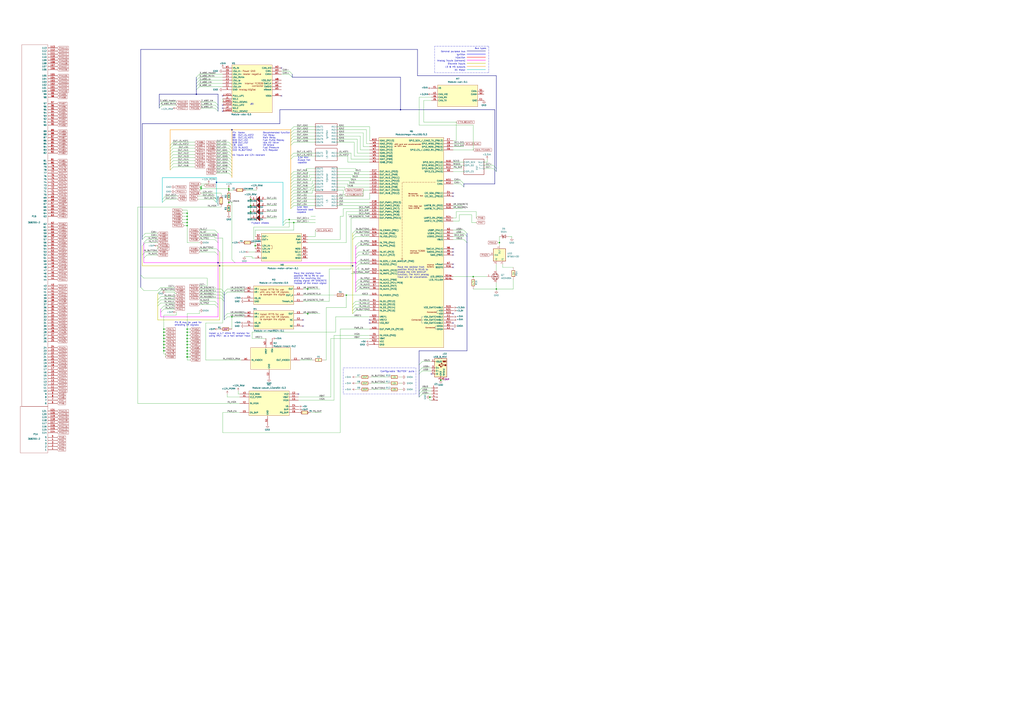
<source format=kicad_sch>
(kicad_sch (version 20231120) (generator "eeschema") (generator_version "8.0")
  (paper "A1")
  (title_block (title "Hellen121vag") (date "2022-10-14") (rev "d") (company "andreika @ rusEFI.comm"))
  (junction (at 153.67 273.05))
  (junction (at 328.93 90.17))
  (junction (at 153.67 285.75))
  (junction (at 241.3 182.88))
  (junction (at 153.67 177.8))
  (junction (at 134.62 270.51))
  (junction (at 153.67 293.3142))
  (junction (at 361.95 312.42) (diameter 1.016))
  (junction (at 134.62 273.05))
  (junction (at 353.06 326.39) (diameter 1.016))
  (junction (at 134.62 278.13))
  (junction (at 190.5 106.68))
  (junction (at 153.67 280.67))
  (junction (at 205.74 168.91))
  (junction (at 407.67 237.49))
  (junction (at 388.62 227.33))
  (junction (at 187.96 156.21))
  (junction (at 187.96 154.94))
  (junction (at 187.96 166.37))
  (junction (at 205.74 173.99))
  (junction (at 292.1 215.9) (color 255 0 255 1))
  (junction (at 153.627 278.2137))
  (junction (at 134.62 283.21))
  (junction (at 153.67 185.42))
  (junction (at 134.62 288.29))
  (junction (at 209.55 201.93))
  (junction (at 205.74 163.83))
  (junction (at 134.62 280.67))
  (junction (at 252.73 237.49))
  (junction (at 177.8 149.86))
  (junction (at 190.5 260.35))
  (junction (at 153.67 270.51))
  (junction (at 165.1 153.67))
  (junction (at 134.62 285.75))
  (junction (at 179.07 215.9))
  (junction (at 134.62 275.59))
  (junction (at 180.34 218.44))
  (junction (at 153.67 288.29))
  (junction (at 289.56 218.44))
  (junction (at 165.1 154.94))
  (junction (at 153.67 180.34))
  (junction (at 237.49 180.34))
  (junction (at 252.73 257.81))
  (junction (at 153.67 290.83))
  (junction (at 153.67 175.26))
  (junction (at 153.67 275.59))
  (junction (at 161.29 77.47))
  (junction (at 284.48 242.57))
  (junction (at 153.67 283.21))
  (junction (at 153.67 182.88))
  (junction (at 153.67 293.37))
  (junction (at 410.21 199.39))
  (no_connect (at 248.92 267.97))
  (no_connect (at 372.11 217.17))
  (no_connect (at 248.92 262.89))
  (no_connect (at 245.11 323.85))
  (no_connect (at 372.11 204.47))
  (no_connect (at 182.88 78.74))
  (no_connect (at 231.14 78.74))
  (no_connect (at 182.88 86.36))
  (no_connect (at 303.53 265.43))
  (no_connect (at 372.11 161.29))
  (no_connect (at 231.14 55.88))
  (no_connect (at 372.11 207.01))
  (no_connect (at 372.11 265.43))
  (no_connect (at 372.11 158.75))
  (no_connect (at 182.88 91.44))
  (no_connect (at 372.11 257.81))
  (no_connect (at 372.11 209.55))
  (no_connect (at 354.33 307.34))
  (no_connect (at 303.53 262.89))
  (no_connect (at 182.88 88.9))
  (no_connect (at 372.11 219.71))
  (no_connect (at 372.11 270.51))
  (bus_entry (at 132.08 238.76) (size -2.54 2.54))
  (bus_entry (at 142.24 127) (size -2.54 2.54))
  (bus_entry (at 294.64 201.93) (size -2.54 2.54))
  (bus_entry (at 163.83 63.5) (size -2.54 2.54))
  (bus_entry (at 175.26 163.83) (size 2.54 2.54))
  (bus_entry (at 381 191.77) (size 2.54 2.54) (stroke (width 0.1524)))
  (bus_entry (at 378.46 151.13) (size 2.54 2.54))
  (bus_entry (at 181.61 240.03) (size 2.54 2.54))
  (bus_entry (at 133.35 83.82) (size -2.54 2.54))
  (bus_entry (at 241.3 116.84) (size -2.54 2.54))
  (bus_entry (at 346.71 321.31) (size -2.54 2.54))
  (bus_entry (at 176.53 247.65) (size 2.54 2.54))
  (bus_entry (at 187.96 116.84) (size 2.54 2.54))
  (bus_entry (at 292.1 194.31) (size -2.54 2.54))
  (bus_entry (at 294.64 234.95) (size -2.54 2.54))
  (bus_entry (at 175.26 161.29) (size 2.54 2.54))
  (bus_entry (at 119.38 194.31) (size -2.54 2.54))
  (bus_entry (at 294.64 207.01) (size -2.54 2.54))
  (bus_entry (at 346.71 323.85) (size -2.54 2.54))
  (bus_entry (at 119.38 191.77) (size -2.54 2.54))
  (bus_entry (at 381 189.23) (size 2.54 2.54) (stroke (width 0.1524)))
  (bus_entry (at 241.3 163.83) (size -2.54 2.54))
  (bus_entry (at 294.64 209.55) (size -2.54 2.54))
  (bus_entry (at 294.64 199.39) (size -2.54 2.54))
  (bus_entry (at 186.69 260.35) (size -2.54 2.54))
  (bus_entry (at 142.24 137.16) (size -2.54 2.54))
  (bus_entry (at 241.3 166.37) (size -2.54 2.54))
  (bus_entry (at 181.61 242.57) (size 2.54 2.54))
  (bus_entry (at 237.49 58.42) (size 2.54 2.54))
  (bus_entry (at 234.95 182.88) (size -2.54 2.54))
  (bus_entry (at 177.8 204.47) (size 2.54 2.54))
  (bus_entry (at 181.61 245.11) (size 2.54 2.54))
  (bus_entry (at 238.76 158.75) (size 2.54 -2.54))
  (bus_entry (at 241.3 109.22) (size -2.54 2.54))
  (bus_entry (at 187.96 142.24) (size 2.54 2.54))
  (bus_entry (at 163.83 68.58) (size -2.54 2.54))
  (bus_entry (at 187.96 132.08) (size 2.54 2.54))
  (bus_entry (at 241.3 146.05) (size -2.54 2.54))
  (bus_entry (at 176.53 86.36) (size 2.54 2.54))
  (bus_entry (at 176.53 88.9) (size 2.54 2.54))
  (bus_entry (at 241.3 168.91) (size -2.54 2.54))
  (bus_entry (at 346.71 318.77) (size -2.54 2.54))
  (bus_entry (at 120.65 196.85) (size -2.54 2.54))
  (bus_entry (at 142.24 116.84) (size -2.54 2.54))
  (bus_entry (at 187.96 137.16) (size 2.54 2.54))
  (bus_entry (at 381 196.85) (size 2.54 2.54) (stroke (width 0.1524)))
  (bus_entry (at 241.3 151.13) (size -2.54 2.54))
  (bus_entry (at 294.64 237.49) (size -2.54 2.54))
  (bus_entry (at 405.13 135.89) (size 2.54 2.54))
  (bus_entry (at 134.62 251.46) (size -2.54 2.54))
  (bus_entry (at 132.08 248.92) (size -2.54 2.54))
  (bus_entry (at 115.57 226.06) (size 2.54 2.54))
  (bus_entry (at 142.24 134.62) (size -2.54 2.54))
  (bus_entry (at 241.3 114.3) (size -2.54 2.54))
  (bus_entry (at 241.3 161.29) (size -2.54 2.54))
  (bus_entry (at 135.89 163.83) (size -2.54 2.54))
  (bus_entry (at 187.96 127) (size 2.54 2.54))
  (bus_entry (at 163.83 60.96) (size -2.54 2.54))
  (bus_entry (at 292.1 252.73) (size -2.54 2.54))
  (bus_entry (at 241.3 143.51) (size -2.54 2.54))
  (bus_entry (at 132.08 236.22) (size -2.54 2.54))
  (bus_entry (at 346.71 304.8) (size -2.54 2.54))
  (bus_entry (at 405.13 138.43) (size 2.54 2.54))
  (bus_entry (at 241.3 125.73) (size -2.54 2.54))
  (bus_entry (at 176.53 250.19) (size 2.54 2.54))
  (bus_entry (at 292.1 247.65) (size -2.54 2.54))
  (bus_entry (at 292.1 255.27) (size -2.54 2.54))
  (bus_entry (at 142.24 129.54) (size -2.54 2.54))
  (bus_entry (at 346.71 302.26) (size -2.54 2.54))
  (bus_entry (at 187.96 134.62) (size 2.54 2.54))
  (bus_entry (at 181.61 237.49) (size 2.54 2.54))
  (bus_entry (at 241.3 111.76) (size -2.54 2.54))
  (bus_entry (at 241.3 153.67) (size -2.54 2.54))
  (bus_entry (at 135.89 161.29) (size -2.54 2.54))
  (bus_entry (at 133.35 86.36) (size -2.54 2.54))
  (bus_entry (at 294.64 229.87) (size -2.54 2.54))
  (bus_entry (at 190.5 213.36) (size 2.54 2.54))
  (bus_entry (at 119.38 199.39) (size -2.54 2.54))
  (bus_entry (at 292.1 250.19) (size -2.54 2.54))
  (bus_entry (at 187.96 129.54) (size 2.54 2.54))
  (bus_entry (at 241.3 128.27) (size -2.54 2.54))
  (bus_entry (at 176.53 189.23) (size 2.54 2.54))
  (bus_entry (at 115.57 236.22) (size 2.54 2.54))
  (bus_entry (at 187.96 124.46) (size 2.54 2.54))
  (bus_entry (at 187.96 119.38) (size 2.54 2.54))
  (bus_entry (at 346.71 297.18) (size -2.54 2.54))
  (bus_entry (at 176.53 207.01) (size 2.54 2.54))
  (bus_entry (at 187.96 121.92) (size 2.54 2.54))
  (bus_entry (at 142.24 124.46) (size -2.54 2.54))
  (bus_entry (at 134.62 254) (size -2.54 2.54))
  (bus_entry (at 241.3 106.68) (size -2.54 2.54))
  (bus_entry (at 119.38 207.01) (size -2.54 2.54))
  (bus_entry (at 292.1 191.77) (size -2.54 2.54))
  (bus_entry (at 187.96 139.7) (size 2.54 2.54))
  (bus_entry (at 237.49 60.96) (size 2.54 2.54))
  (bus_entry (at 132.08 246.38) (size -2.54 2.54))
  (bus_entry (at 186.69 237.49) (size -2.54 2.54))
  (bus_entry (at 176.53 196.85) (size 2.54 2.54))
  (bus_entry (at 294.64 219.71) (size -2.54 2.54))
  (bus_entry (at 234.95 180.34) (size -2.54 2.54))
  (bus_entry (at 176.53 191.77) (size 2.54 2.54))
  (bus_entry (at 238.76 161.29) (size 2.54 -2.54))
  (bus_entry (at 294.64 214.63) (size -2.54 2.54))
  (bus_entry (at 378.46 148.59) (size 2.54 2.54))
  (bus_entry (at 163.83 66.04) (size -2.54 2.54))
  (bus_entry (at 186.69 257.81) (size -2.54 2.54))
  (bus_entry (at 241.3 140.97) (size -2.54 2.54))
  (bus_entry (at 241.3 148.59) (size -2.54 2.54))
  (bus_entry (at 142.24 121.92) (size -2.54 2.54))
  (bus_entry (at 292.1 189.23) (size -2.54 2.54))
  (bus_entry (at 186.69 240.03) (size -2.54 2.54))
  (bus_entry (at 294.64 217.17) (size -2.54 2.54))
  (bus_entry (at 163.83 71.12) (size -2.54 2.54))
  (bus_entry (at 176.53 83.82) (size 2.54 2.54))
  (bus_entry (at 132.08 243.84) (size -2.54 2.54))
  (bus_entry (at 241.3 104.14) (size -2.54 2.54))
  (bus_entry (at 294.64 232.41) (size -2.54 2.54))
  (bus_entry (at 142.24 119.38) (size -2.54 2.54))
  (bus_entry (at 142.24 132.08) (size -2.54 2.54))
  (bus_entry (at 120.65 209.55) (size -2.54 2.54))
  (wire (pts (xy 251.46 138.43) (xy 251.46 140.97)))
  (wire (pts (xy 135.89 285.75) (xy 134.62 285.75)))
  (wire (pts (xy 294.64 207.01) (xy 303.53 207.01)))
  (wire (pts (xy 281.94 177.8) (xy 281.94 171.45)))
  (wire (pts (xy 153.67 283.21) (xy 153.67 285.75)))
  (bus (pts (xy 179.07 209.55) (xy 179.07 215.9)) (stroke (width 0) (color 255 0 255 1)))
  (wire (pts (xy 241.3 106.68) (xy 259.08 106.68)))
  (bus (pts (xy 381 151.13) (xy 406.4 151.13)))
  (wire (pts (xy 163.83 240.03) (xy 181.61 240.03)))
  (wire (pts (xy 163.83 71.12) (xy 182.88 71.12)))
  (bus (pts (xy 344.17 323.85) (xy 344.17 326.39)))
  (wire (pts (xy 163.83 207.01) (xy 176.53 207.01)))
  (wire (pts (xy 279.4 196.85) (xy 279.4 177.8)))
  (wire (pts (xy 298.45 156.21) (xy 298.45 161.29)))
  (wire (pts (xy 143.51 240.03) (xy 135.89 240.03)))
  (bus (pts (xy 289.56 191.77) (xy 289.56 194.31)) (stroke (width 0) (color 194 194 0 1)))
  (wire (pts (xy 285.75 128.27) (xy 276.86 128.27)))
  (bus (pts (xy 118.11 215.9) (xy 179.07 215.9)) (stroke (width 0) (color 255 0 255 1)))
  (bus (pts (xy 190.5 144.78) (xy 190.5 146.05)) (stroke (width 0) (color 255 153 0 1)))
  (wire (pts (xy 290.83 116.84) (xy 290.83 128.27)))
  (wire (pts (xy 177.8 134.62) (xy 187.96 134.62)))
  (bus (pts (xy 118.11 199.39) (xy 118.11 212.09)) (stroke (width 0) (color 255 0 255 1)))
  (bus (pts (xy 398.78 49.53) (xy 383.54 49.53)) (stroke (width 0.3048) (color 255 0 255 1)))
  (wire (pts (xy 209.55 201.93) (xy 209.55 204.47)))
  (wire (pts (xy 190.5 166.37) (xy 190.5 213.36)))
  (bus (pts (xy 177.8 149.86) (xy 232.41 149.86)) (stroke (width 0) (color 0 194 194 1)))
  (wire (pts (xy 397.51 135.89) (xy 405.13 135.89)))
  (wire (pts (xy 144.78 256.54) (xy 144.78 259.08)))
  (wire (pts (xy 328.93 320.04) (xy 330.2 320.04)))
  (bus (pts (xy 238.76 114.3) (xy 238.76 116.84)) (stroke (width 0) (color 255 153 0 1)))
  (wire (pts (xy 372.11 168.91) (xy 379.73 168.91)))
  (wire (pts (xy 276.86 116.84) (xy 290.83 116.84)))
  (wire (pts (xy 163.83 189.23) (xy 176.53 189.23)))
  (wire (pts (xy 276.86 125.73) (xy 288.29 125.73)))
  (wire (pts (xy 149.86 177.8) (xy 153.67 177.8)))
  (bus (pts (xy 139.7 134.62) (xy 139.7 137.16)) (stroke (width 0) (color 255 153 0 1)))
  (wire (pts (xy 248.92 257.81) (xy 252.73 257.81)))
  (wire (pts (xy 255.27 156.21) (xy 241.3 156.21)))
  (bus (pts (xy 398.78 46.99) (xy 383.54 46.99)) (stroke (width 0.3048) (color 255 0 0 1)))
  (bus (pts (xy 232.41 149.86) (xy 232.41 182.88)) (stroke (width 0) (color 0 194 194 1)))
  (wire (pts (xy 378.46 151.13) (xy 372.11 151.13)))
  (wire (pts (xy 241.3 163.83) (xy 259.08 163.83)))
  (bus (pts (xy 292.1 234.95) (xy 292.1 237.49)) (stroke (width 0) (color 255 0 255 1)))
  (wire (pts (xy 387.35 182.88) (xy 387.35 176.53)))
  (wire (pts (xy 153.67 290.83) (xy 153.67 293.3142)))
  (wire (pts (xy 179.07 270.51) (xy 180.34 270.51)))
  (bus (pts (xy 184.15 245.11) (xy 184.15 247.65)))
  (wire (pts (xy 163.83 204.47) (xy 177.8 204.47)))
  (wire (pts (xy 143.51 241.3) (xy 144.78 241.3)))
  (bus (pts (xy 190.5 132.08) (xy 190.5 134.62)) (stroke (width 0) (color 255 153 0 1)))
  (wire (pts (xy 153.67 199.39) (xy 153.67 185.42)))
  (wire (pts (xy 294.64 229.87) (xy 303.53 229.87)))
  (wire (pts (xy 290.83 143.51) (xy 303.53 143.51)))
  (wire (pts (xy 153.67 295.8542) (xy 156.21 295.8542)))
  (bus (pts (xy 132.08 256.54) (xy 132.08 260.35)) (stroke (width 0) (color 255 0 255 1)))
  (wire (pts (xy 241.3 168.91) (xy 259.08 168.91)))
  (wire (pts (xy 118.11 238.76) (xy 129.54 238.76)))
  (wire (pts (xy 135.89 280.67) (xy 134.62 280.67)))
  (wire (pts (xy 252.73 237.49) (xy 252.73 238.76)))
  (wire (pts (xy 151.13 185.42) (xy 153.67 185.42)))
  (wire (pts (xy 254 143.51) (xy 254 146.05)))
  (wire (pts (xy 177.8 121.92) (xy 187.96 121.92)))
  (wire (pts (xy 298.45 120.65) (xy 303.53 120.65)))
  (wire (pts (xy 209.55 194.31) (xy 209.55 189.23)))
  (wire (pts (xy 208.28 196.85) (xy 208.28 186.69)))
  (bus (pts (xy 190.5 121.92) (xy 190.5 124.46)) (stroke (width 0) (color 255 153 0 1)))
  (wire (pts (xy 196.85 323.85) (xy 195.58 323.85)))
  (wire (pts (xy 287.02 148.59) (xy 287.02 151.13)))
  (wire (pts (xy 255.27 154.94) (xy 255.27 156.21)))
  (bus (pts (xy 190.5 119.38) (xy 190.5 121.92)) (stroke (width 0) (color 255 153 0 1)))
  (wire (pts (xy 113.03 331.47) (xy 196.85 331.47)))
  (bus (pts (xy 238.76 151.13) (xy 238.76 153.67)) (stroke (width 0) (color 255 153 0 1)))
  (bus (pts (xy 238.76 128.27) (xy 238.76 130.81)) (stroke (width 0) (color 255 153 0 1)))
  (bus (pts (xy 179.07 88.9) (xy 179.07 91.44)))
  (wire (pts (xy 379.73 138.43) (xy 372.11 138.43)))
  (wire (pts (xy 276.86 114.3) (xy 293.37 114.3)))
  (bus (pts (xy 238.76 158.75) (xy 238.76 161.29)) (stroke (width 0) (color 255 153 0 1)))
  (wire (pts (xy 412.75 217.17) (xy 412.75 219.71)))
  (wire (pts (xy 372.11 135.89) (xy 381 135.89)))
  (wire (pts (xy 149.86 182.88) (xy 153.67 182.88)))
  (wire (pts (xy 142.24 132.08) (xy 160.02 132.08)))
  (wire (pts (xy 187.96 156.21) (xy 191.77 156.21)))
  (wire (pts (xy 421.64 229.87) (xy 421.64 237.49)))
  (bus (pts (xy 139.7 137.16) (xy 139.7 139.7)) (stroke (width 0) (color 255 153 0 1)))
  (wire (pts (xy 241.3 125.73) (xy 259.08 125.73)))
  (bus (pts (xy 344.17 321.31) (xy 344.17 323.85)))
  (bus (pts (xy 132.08 254) (xy 132.08 256.54)) (stroke (width 0) (color 255 0 255 1)))
  (wire (pts (xy 153.67 175.26) (xy 153.67 172.72)))
  (wire (pts (xy 143.51 246.38) (xy 132.08 246.38)))
  (bus (pts (xy 184.15 240.03) (xy 184.15 242.57)))
  (wire (pts (xy 245.11 328.93) (xy 274.32 328.93)))
  (wire (pts (xy 241.3 182.88) (xy 259.08 182.88)))
  (wire (pts (xy 163.83 196.85) (xy 176.53 196.85)))
  (wire (pts (xy 276.86 148.59) (xy 287.02 148.59)))
  (bus (pts (xy 133.35 146.05) (xy 177.8 146.05)) (stroke (width 0) (color 0 194 194 1)))
  (wire (pts (xy 153.67 273.05) (xy 153.67 275.59)))
  (wire (pts (xy 276.86 161.29) (xy 298.45 161.29)))
  (wire (pts (xy 410.21 194.31) (xy 410.21 199.39)))
  (wire (pts (xy 284.48 173.99) (xy 303.53 173.99)))
  (wire (pts (xy 113.03 170.18) (xy 113.03 331.47)))
  (wire (pts (xy 252.73 237.49) (xy 262.89 237.49)))
  (wire (pts (xy 207.01 212.09) (xy 207.01 210.82)))
  (wire (pts (xy 252.73 196.85) (xy 279.4 196.85)))
  (wire (pts (xy 388.62 237.49) (xy 407.67 237.49)))
  (wire (pts (xy 300.99 106.68) (xy 300.99 118.11)))
  (wire (pts (xy 292.1 247.65) (xy 303.53 247.65)))
  (wire (pts (xy 205.74 173.99) (xy 205.74 179.07)))
  (bus (pts (xy 398.78 41.91) (xy 383.54 41.91)))
  (wire (pts (xy 255.27 177.8) (xy 259.08 177.8)))
  (wire (pts (xy 259.08 156.21) (xy 256.54 156.21)))
  (wire (pts (xy 208.28 199.39) (xy 209.55 199.39)))
  (wire (pts (xy 292.1 140.97) (xy 303.53 140.97)))
  (wire (pts (xy 252.73 140.97) (xy 252.73 143.51)))
  (bus (pts (xy 407.67 62.23) (xy 407.67 138.43)))
  (wire (pts (xy 170.18 228.6) (xy 170.18 234.95)))
  (wire (pts (xy 144.78 86.36) (xy 133.35 86.36)))
  (wire (pts (xy 177.8 119.38) (xy 187.96 119.38)))
  (wire (pts (xy 153.67 270.51) (xy 156.21 270.51)))
  (wire (pts (xy 201.93 156.21) (xy 210.82 156.21)))
  (wire (pts (xy 168.91 295.91) (xy 198.12 295.91)))
  (wire (pts (xy 378.46 148.59) (xy 372.11 148.59)))
  (wire (pts (xy 256.54 151.13) (xy 241.3 151.13)))
  (wire (pts (xy 372.11 191.77) (xy 381 191.77)))
  (wire (pts (xy 377.19 176.53) (xy 377.19 181.61)))
  (wire (pts (xy 163.83 194.31) (xy 176.53 194.31)))
  (bus (pts (xy 129.54 251.46) (xy 129.54 262.89)) (stroke (width 0) (color 194 194 0 1)))
  (wire (pts (xy 276.86 106.68) (xy 300.99 106.68)))
  (bus (pts (xy 406.4 151.13) (xy 406.4 90.17)))
  (wire (pts (xy 292.1 252.73) (xy 303.53 252.73)))
  (bus (pts (xy 238.76 106.68) (xy 190.5 106.68)) (stroke (width 0) (color 255 153 0 1)))
  (wire (pts (xy 156.21 272.9942) (xy 156.21 273.05)))
  (wire (pts (xy 267.97 295.91) (xy 267.97 252.73)))
  (bus (pts (xy 177.8 146.05) (xy 177.8 149.86)) (stroke (width 0) (color 0 194 194 1)))
  (wire (pts (xy 292.1 191.77) (xy 303.53 191.77)))
  (wire (pts (xy 186.69 257.81) (xy 200.66 257.81)))
  (wire (pts (xy 149.86 175.26) (xy 153.67 175.26)))
  (wire (pts (xy 271.78 326.39) (xy 271.78 278.13)))
  (wire (pts (xy 135.89 278.13) (xy 134.62 278.13)))
  (wire (pts (xy 267.97 252.73) (xy 284.48 252.73)))
  (bus (pts (xy 184.15 262.89) (xy 184.15 260.35)))
  (wire (pts (xy 256.54 148.59) (xy 259.08 148.59)))
  (wire (pts (xy 279.4 177.8) (xy 281.94 177.8)))
  (wire (pts (xy 276.86 104.14) (xy 303.53 104.14)))
  (wire (pts (xy 143.51 241.3) (xy 143.51 240.03)))
  (bus (pts (xy 328.93 90.17) (xy 229.87 90.17)))
  (bus (pts (xy 139.7 132.08) (xy 139.7 134.62)) (stroke (width 0) (color 255 153 0 1)))
  (wire (pts (xy 241.3 128.27) (xy 259.08 128.27)))
  (bus (pts (xy 383.54 194.31) (xy 383.54 199.39)))
  (bus (pts (xy 240.03 63.5) (xy 328.93 63.5)))
  (wire (pts (xy 255.27 148.59) (xy 241.3 148.59)))
  (wire (pts (xy 255.27 339.09) (xy 264.16 339.09)))
  (wire (pts (xy 241.3 109.22) (xy 259.08 109.22)))
  (wire (pts (xy 177.8 129.54) (xy 187.96 129.54)))
  (wire (pts (xy 205.74 168.91) (xy 205.74 173.99)))
  (wire (pts (xy 275.59 260.35) (xy 303.53 260.35)))
  (wire (pts (xy 143.51 254) (xy 134.62 254)))
  (bus (pts (xy 289.56 194.31) (xy 289.56 196.85)) (stroke (width 0) (color 194 194 0 1)))
  (wire (pts (xy 129.54 194.31) (xy 119.38 194.31)))
  (wire (pts (xy 143.51 243.84) (xy 132.08 243.84)))
  (wire (pts (xy 372.11 181.61) (xy 377.19 181.61)))
  (wire (pts (xy 294.64 237.49) (xy 303.53 237.49)))
  (wire (pts (xy 354.33 302.26) (xy 346.71 302.26)))
  (wire (pts (xy 129.54 201.93) (xy 129.54 204.47)))
  (bus (pts (xy 190.5 137.16) (xy 190.5 139.7)) (stroke (width 0) (color 255 153 0 1)))
  (wire (pts (xy 290.83 140.97) (xy 290.83 143.51)))
  (wire (pts (xy 293.37 125.73) (xy 303.53 125.73)))
  (wire (pts (xy 372.11 115.57) (xy 374.65 115.57)))
  (wire (pts (xy 256.54 295.91) (xy 246.38 295.91)))
  (wire (pts (xy 388.62 227.33) (xy 400.05 227.33)))
  (bus (pts (xy 344.17 288.29) (xy 383.54 288.29)))
  (wire (pts (xy 400.05 133.35) (xy 400.05 130.81)))
  (wire (pts (xy 153.67 293.3142) (xy 156.21 293.3142)))
  (wire (pts (xy 209.55 196.85) (xy 208.28 196.85)))
  (wire (pts (xy 281.94 171.45) (xy 303.53 171.45)))
  (bus (pts (xy 161.29 73.66) (xy 161.29 77.47)))
  (wire (pts (xy 218.44 173.99) (xy 227.33 173.99)))
  (bus (pts (xy 130.81 86.36) (xy 130.81 88.9)))
  (bus (pts (xy 383.54 288.29) (xy 383.54 199.39)))
  (wire (pts (xy 182.88 195.58) (xy 182.88 265.43)))
  (wire (pts (xy 374.65 100.33) (xy 347.98 100.33)))
  (wire (pts (xy 275.59 260.35) (xy 275.59 273.05)))
  (wire (pts (xy 153.67 283.21) (xy 156.21 283.21)))
  (wire (pts (xy 294.64 214.63) (xy 303.53 214.63)))
  (wire (pts (xy 252.73 257.81) (xy 262.89 257.81)))
  (wire (pts (xy 257.81 151.13) (xy 257.81 152.4)))
  (wire (pts (xy 163.83 156.21) (xy 165.1 156.21)))
  (wire (pts (xy 372.11 196.85) (xy 381 196.85)))
  (wire (pts (xy 248.92 242.57) (xy 274.32 242.57)))
  (wire (pts (xy 156.21 290.7742) (xy 156.21 290.83)))
  (bus (pts (xy 115.57 40.64) (xy 342.9 40.64)))
  (wire (pts (xy 292.1 250.19) (xy 303.53 250.19)))
  (bus (pts (xy 161.29 63.5) (xy 161.29 66.04)))
  (wire (pts (xy 163.83 60.96) (xy 182.88 60.96)))
  (wire (pts (xy 257.81 152.4) (xy 256.54 152.4)))
  (wire (pts (xy 304.8 309.88) (xy 318.77 309.88)))
  (wire (pts (xy 377.19 176.53) (xy 387.35 176.53)))
  (wire (pts (xy 209.55 212.09) (xy 207.01 212.09)))
  (bus (pts (xy 190.5 134.62) (xy 190.5 137.16)) (stroke (width 0) (color 255 153 0 1)))
  (bus (pts (xy 292.1 201.93) (xy 292.1 204.47)) (stroke (width 0) (color 255 0 255 1)))
  (bus (pts (xy 139.7 106.68) (xy 139.7 119.38)) (stroke (width 0) (color 255 153 0 1)))
  (bus (pts (xy 133.35 163.83) (xy 133.35 146.05)) (stroke (width 0) (color 0 194 194 1)))
  (wire (pts (xy 153.67 185.42) (xy 153.67 182.88)))
  (wire (pts (xy 294.64 232.41) (xy 303.53 232.41)))
  (wire (pts (xy 163.83 242.57) (xy 181.61 242.57)))
  (wire (pts (xy 241.3 161.29) (xy 259.08 161.29)))
  (wire (pts (xy 295.91 111.76) (xy 295.91 123.19)))
  (wire (pts (xy 281.94 160.02) (xy 283.21 160.02)))
  (wire (pts (xy 294.64 222.25) (xy 294.64 219.71)))
  (wire (pts (xy 294.64 234.95) (xy 303.53 234.95)))
  (bus (pts (xy 292.1 204.47) (xy 292.1 209.55)) (stroke (width 0) (color 255 0 255 1)))
  (bus (pts (xy 193.04 215.9) (xy 292.1 215.9)) (stroke (width 0) (color 255 0 255 1)))
  (bus (pts (xy 238.76 109.22) (xy 238.76 111.76)) (stroke (width 0) (color 255 153 0 1)))
  (bus (pts (xy 342.9 40.64) (xy 342.9 62.23)))
  (wire (pts (xy 129.54 209.55) (xy 120.65 209.55)))
  (wire (pts (xy 407.67 232.41) (xy 407.67 237.49)))
  (wire (pts (xy 134.62 275.59) (xy 134.62 278.13)))
  (bus (pts (xy 238.76 119.38) (xy 238.76 128.27)) (stroke (width 0) (color 255 153 0 1)))
  (bus (pts (xy 116.84 209.55) (xy 116.84 218.44)) (stroke (width 0) (color 194 194 0 1)))
  (bus (pts (xy 180.34 218.44) (xy 180.34 262.89)) (stroke (width 0) (color 194 194 0 1)))
  (bus (pts (xy 292.1 237.49) (xy 292.1 240.03)) (stroke (width 0) (color 255 0 255 1)))
  (bus (pts (xy 229.87 90.17) (xy 229.87 101.6)))
  (wire (pts (xy 153.67 293.3142) (xy 153.67 293.37)))
  (wire (pts (xy 207.01 210.82) (xy 200.66 210.82)))
  (wire (pts (xy 182.88 81.28) (xy 182.88 83.82)))
  (wire (pts (xy 142.24 127) (xy 160.02 127)))
  (wire (pts (xy 165.1 88.9) (xy 176.53 88.9)))
  (wire (pts (xy 129.54 191.77) (xy 119.38 191.77)))
  (bus (pts (xy 184.15 242.57) (xy 184.15 245.11)))
  (wire (pts (xy 304.8 314.96) (xy 318.77 314.96)))
  (polyline (pts (xy 401.32 38.1) (xy 401.32 59.69)) (stroke (width 0) (type dash)))
  (wire (pts (xy 153.67 280.67) (xy 153.67 283.21)))
  (wire (pts (xy 289.56 143.51) (xy 289.56 146.05)))
  (wire (pts (xy 407.67 237.49) (xy 407.67 238.76)))
  (wire (pts (xy 177.8 127) (xy 187.96 127)))
  (bus (pts (xy 289.56 250.19) (xy 289.56 252.73)) (stroke (width 0) (color 194 194 0 1)))
  (wire (pts (xy 372.11 140.97) (xy 381 140.97)))
  (wire (pts (xy 134.62 285.75) (xy 134.62 288.29)))
  (wire (pts (xy 294.64 209.55) (xy 303.53 209.55)))
  (wire (pts (xy 374.65 115.57) (xy 374.65 100.33)))
  (wire (pts (xy 153.67 280.67) (xy 156.3602 280.67)))
  (wire (pts (xy 292.1 314.96) (xy 294.64 314.96)))
  (wire (pts (xy 372.11 133.35) (xy 381 133.35)))
  (wire (pts (xy 276.86 168.91) (xy 303.53 168.91)))
  (wire (pts (xy 285.75 176.53) (xy 303.53 176.53)))
  (wire (pts (xy 353.06 328.93) (xy 353.06 326.39)))
  (wire (pts (xy 207.01 278.13) (xy 218.44 278.13)))
  (wire (pts (xy 234.95 182.88) (xy 241.3 182.88)))
  (polyline (pts (xy 401.32 38.1) (xy 356.87 38.1)) (stroke (width 0) (type dash)))
  (wire (pts (xy 279.4 270.51) (xy 303.53 270.51)))
  (bus (pts (xy 292.1 212.09) (xy 292.1 215.9)) (stroke (width 0) (color 255 0 255 1)))
  (wire (pts (xy 372.11 120.65) (xy 381 120.65)))
  (wire (pts (xy 153.67 180.34) (xy 153.67 177.8)))
  (wire (pts (xy 187.96 154.94) (xy 187.96 156.21)))
  (wire (pts (xy 156.21 293.3142) (xy 156.21 293.37)))
  (bus (pts (xy 238.76 163.83) (xy 238.76 166.37)) (stroke (width 0) (color 255 153 0 1)))
  (wire (pts (xy 153.67 293.37) (xy 153.67 295.8542)))
  (wire (pts (xy 144.78 259.08) (xy 134.62 259.08)))
  (wire (pts (xy 241.3 114.3) (xy 259.08 114.3)))
  (wire (pts (xy 165.1 86.36) (xy 176.53 86.36)))
  (bus (pts (xy 177.8 149.86) (xy 177.8 163.83)) (stroke (width 0) (color 0 194 194 1)))
  (bus (pts (xy 238.76 106.68) (xy 238.76 109.22)) (stroke (width 0) (color 255 153 0 1)))
  (polyline (pts (xy 401.32 59.69) (xy 356.87 59.69)) (stroke (width 0) (type dash)))
  (wire (pts (xy 204.47 207.01) (xy 209.55 207.01)))
  (bus (pts (xy 179.07 199.39) (xy 179.07 209.55)) (stroke (width 0) (color 255 0 255 1)))
  (wire (pts (xy 256.54 156.21) (xy 256.54 158.75)))
  (wire (pts (xy 163.83 255.27) (xy 163.83 257.81)))
  (wire (pts (xy 255.27 146.05) (xy 259.08 146.05)))
  (wire (pts (xy 165.1 154.94) (xy 187.96 154.94)))
  (wire (pts (xy 295.91 123.19) (xy 303.53 123.19)))
  (bus (pts (xy 238.76 143.51) (xy 238.76 146.05)) (stroke (width 0) (color 255 153 0 1)))
  (wire (pts (xy 160.02 129.54) (xy 142.24 129.54)))
  (wire (pts (xy 354.33 323.85) (xy 346.71 323.85)))
  (wire (pts (xy 143.51 251.46) (xy 134.62 251.46)))
  (wire (pts (xy 237.49 180.34) (xy 259.08 180.34)))
  (wire (pts (xy 252.73 194.31) (xy 259.08 194.31)))
  (wire (pts (xy 186.69 260.35) (xy 190.5 260.35)))
  (bus (pts (xy 238.76 148.59) (xy 238.76 151.13)) (stroke (width 0) (color 255 153 0 1)))
  (bus (pts (xy 116.84 194.31) (xy 116.84 196.85)))
  (wire (pts (xy 218.44 168.91) (xy 227.33 168.91)))
  (bus (pts (xy 139.7 127) (xy 139.7 129.54)) (stroke (width 0) (color 255 153 0 1)))
  (bus (pts (xy 161.29 66.04) (xy 161.29 68.58)))
  (bus (pts (xy 238.76 116.84) (xy 238.76 119.38)) (stroke (width 0) (color 255 153 0 1)))
  (wire (pts (xy 256.54 148.59) (xy 256.54 151.13)))
  (bus (pts (xy 139.7 121.92) (xy 139.7 124.46)) (stroke (width 0) (color 255 153 0 1)))
  (wire (pts (xy 303.53 104.14) (xy 303.53 115.57)))
  (bus (pts (xy 129.54 241.3) (xy 129.54 246.38)) (stroke (width 0) (color 194 194 0 1)))
  (wire (pts (xy 143.51 248.92) (xy 132.08 248.92)))
  (bus (pts (xy 238.76 166.37) (xy 238.76 168.91)) (stroke (width 0) (color 255 153 0 1)))
  (wire (pts (xy 288.29 179.07) (xy 303.53 179.07)))
  (wire (pts (xy 241.3 116.84) (xy 259.08 116.84)))
  (wire (pts (xy 186.69 326.39) (xy 186.69 323.85)))
  (bus (pts (xy 398.78 44.45) (xy 383.54 44.45)) (stroke (width 0.3048) (color 0 0 255 1)))
  (bus (pts (xy 180.34 207.01) (xy 180.34 218.44)) (stroke (width 0) (color 194 194 0 1)))
  (wire (pts (xy 420.37 194.31) (xy 417.83 194.31)))
  (wire (pts (xy 205.74 163.83) (xy 205.74 168.91)))
  (wire (pts (xy 372.11 227.33) (xy 388.62 227.33)))
  (wire (pts (xy 156.21 293.37) (xy 153.67 293.37)))
  (wire (pts (xy 160.02 121.92) (xy 142.24 121.92)))
  (wire (pts (xy 420.37 195.58) (xy 420.37 194.31)))
  (wire (pts (xy 293.37 114.3) (xy 293.37 125.73)))
  (wire (pts (xy 292.1 255.27) (xy 303.53 255.27)))
  (wire (pts (xy 153.67 275.59) (xy 153.627 278.2137)))
  (wire (pts (xy 153.67 290.83) (xy 156.21 290.83)))
  (wire (pts (xy 142.24 119.38) (xy 160.02 119.38)))
  (wire (pts (xy 251.46 138.43) (xy 259.08 138.43)))
  (bus (pts (xy 161.29 77.47) (xy 130.81 77.47)))
  (wire (pts (xy 177.8 139.7) (xy 187.96 139.7)))
  (wire (pts (xy 208.28 186.69) (xy 237.49 186.69)))
  (wire (pts (xy 237.49 180.34) (xy 237.49 186.69)))
  (bus (pts (xy 179.07 250.19) (xy 179.07 252.73)) (stroke (width 0) (color 255 0 255 1)))
  (wire (pts (xy 294.64 201.93) (xy 303.53 201.93)))
  (wire (pts (xy 113.03 170.18) (xy 181.61 170.18)))
  (wire (pts (xy 146.05 163.83) (xy 135.89 163.83)))
  (wire (pts (xy 195.58 321.31) (xy 195.58 323.85)))
  (wire (pts (xy 241.3 111.76) (xy 259.08 111.76)))
  (wire (pts (xy 153.67 273.05) (xy 156.21 273.05)))
  (wire (pts (xy 292.1 320.04) (xy 294.64 320.04)))
  (wire (pts (xy 281.94 156.21) (xy 281.94 160.02)))
  (wire (pts (xy 285.75 151.13) (xy 285.75 153.67)))
  (bus (pts (xy 139.7 129.54) (xy 139.7 132.08)) (stroke (width 0) (color 255 153 0 1)))
  (wire (pts (xy 163.83 234.95) (xy 170.18 234.95)))
  (wire (pts (xy 372.11 194.31) (xy 381 194.31)))
  (wire (pts (xy 135.89 275.59) (xy 134.62 275.59)))
  (bus (pts (xy 238.76 130.81) (xy 238.76 143.51)) (stroke (width 0) (color 255 153 0 1)))
  (bus (pts (xy 289.56 218.44) (xy 180.34 218.44)) (stroke (width 0) (color 194 194 0 1)))
  (wire (pts (xy 134.62 283.21) (xy 134.62 285.75)))
  (wire (pts (xy 353.06 326.39) (xy 354.33 326.39)))
  (bus (pts (xy 407.67 138.43) (xy 407.67 140.97)))
  (wire (pts (xy 209.55 199.39) (xy 209.55 201.93)))
  (wire (pts (xy 256.54 152.4) (xy 256.54 153.67)))
  (wire (pts (xy 259.08 194.31) (xy 259.08 189.23)))
  (wire (pts (xy 149.86 180.34) (xy 153.67 180.34)))
  (wire (pts (xy 303.53 222.25) (xy 294.64 222.25)))
  (wire (pts (xy 144.78 83.82) (xy 133.35 83.82)))
  (wire (pts (xy 153.67 257.81) (xy 153.67 270.51)))
  (wire (pts (xy 270.51 220.98) (xy 288.29 220.98)))
  (wire (pts (xy 156.21 270.4542) (xy 156.21 270.51)))
  (bus (pts (xy 179.07 252.73) (xy 179.07 260.35)) (stroke (width 0) (color 255 0 255 1)))
  (bus (pts (xy 139.7 106.68) (xy 190.5 106.68)) (stroke (width 0) (color 255 153 0 1)))
  (wire (pts (xy 304.8 320.04) (xy 318.77 320.04)))
  (bus (pts (xy 289.56 252.73) (xy 289.56 255.27)) (stroke (width 0) (color 194 194 0 1)))
  (wire (pts (xy 391.16 173.99) (xy 391.16 179.07)))
  (wire (pts (xy 257.81 151.13) (xy 259.08 151.13)))
  (wire (pts (xy 165.1 83.82) (xy 176.53 83.82)))
  (wire (pts (xy 354.33 304.8) (xy 346.71 304.8)))
  (wire (pts (xy 354.33 318.77) (xy 346.71 318.77)))
  (wire (pts (xy 290.83 128.27) (xy 303.53 128.27)))
  (wire (pts (xy 163.83 237.49) (xy 181.61 237.49)))
  (wire (pts (xy 234.95 180.34) (xy 237.49 180.34)))
  (wire (pts (xy 153.67 182.88) (xy 153.67 180.34)))
  (wire (pts (xy 374.65 179.07) (xy 372.11 179.07)))
  (bus (pts (xy 292.1 219.71) (xy 292.1 222.25)) (stroke (width 0) (color 255 0 255 1)))
  (bus (pts (xy 383.54 191.77) (xy 383.54 194.31)))
  (wire (pts (xy 135.89 161.29) (xy 146.05 161.29)))
  (wire (pts (xy 275.59 273.05) (xy 207.01 273.05)))
  (wire (pts (xy 156.21 275.5342) (xy 156.21 275.59)))
  (wire (pts (xy 160.02 134.62) (xy 142.24 134.62)))
  (wire (pts (xy 163.83 199.39) (xy 153.67 199.39)))
  (wire (pts (xy 303.53 158.75) (xy 303.53 163.83)))
  (wire (pts (xy 289.56 146.05) (xy 303.53 146.05)))
  (bus (pts (xy 292.1 209.55) (xy 292.1 212.09)) (stroke (width 0) (color 255 0 255 1)))
  (wire (pts (xy 276.86 143.51) (xy 289.56 143.51)))
  (wire (pts (xy 388.62 102.87) (xy 344.17 102.87)))
  (wire (pts (xy 287.02 151.13) (xy 303.53 151.13)))
  (bus (pts (xy 190.5 142.24) (xy 190.5 144.78)) (stroke (width 0) (color 255 153 0 1)))
  (wire (pts (xy 372.11 189.23) (xy 381 189.23)))
  (wire (pts (xy 165.1 152.4) (xy 165.1 153.67)))
  (wire (pts (xy 119.38 199.39) (xy 129.54 199.39)))
  (wire (pts (xy 207.01 273.05) (xy 207.01 278.13)))
  (wire (pts (xy 288.29 224.79) (xy 303.53 224.79)))
  (wire (pts (xy 143.51 238.76) (xy 132.08 238.76)))
  (wire (pts (xy 257.81 153.67) (xy 257.81 154.94)))
  (wire (pts (xy 374.65 173.99) (xy 374.65 179.07)))
  (wire (pts (xy 372.11 171.45) (xy 379.73 171.45)))
  (wire (pts (xy 237.49 58.42) (xy 231.14 58.42)))
  (wire (pts (xy 163.83 250.19) (xy 176.53 250.19)))
  (wire (pts (xy 177.8 124.46) (xy 187.96 124.46)))
  (bus (pts (xy 179.07 194.31) (xy 179.07 199.39)) (stroke (width 0) (color 255 0 255 1)))
  (bus (pts (xy 179.07 77.47) (xy 161.29 77.47)))
  (wire (pts (xy 292.1 194.31) (xy 303.53 194.31)))
  (wire (pts (xy 298.45 109.22) (xy 298.45 120.65)))
  (wire (pts (xy 177.8 132.08) (xy 187.96 132.08)))
  (bus (pts (xy 240.03 60.96) (xy 240.03 63.5)))
  (wire (pts (xy 165.1 153.67) (xy 165.1 154.94)))
  (wire (pts (xy 388.62 123.19) (xy 388.62 102.87)))
  (wire (pts (xy 163.83 191.77) (xy 176.53 191.77)))
  (wire (pts (xy 328.93 309.88) (xy 330.2 309.88)))
  (wire (pts (xy 134.62 273.05) (xy 134.62 275.59)))
  (wire (pts (xy 153.67 285.75) (xy 153.67 288.29)))
  (wire (pts (xy 255.27 154.94) (xy 257.81 154.94)))
  (wire (pts (xy 252.73 257.81) (xy 252.73 259.08)))
  (bus (pts (xy 398.78 52.07) (xy 383.54 52.07)) (stroke (width 0.3048) (color 194 194 0 1)))
  (wire (pts (xy 134.62 259.08) (xy 134.62 270.51)))
  (wire (pts (xy 142.24 137.16) (xy 160.02 137.16)))
  (wire (pts (xy 190.5 260.35) (xy 190.5 270.51)))
  (wire (pts (xy 160.02 124.46) (xy 142.24 124.46)))
  (wire (pts (xy 328.93 314.96) (xy 330.2 314.96)))
  (wire (pts (xy 251.46 140.97) (xy 241.3 140.97)))
  (bus (pts (xy 381 153.67) (xy 381 151.13)))
  (wire (pts (xy 163.83 68.58) (xy 182.88 68.58)))
  (wire (pts (xy 288.29 148.59) (xy 303.53 148.59)))
  (wire (pts (xy 285.75 133.35) (xy 285.75 128.27)))
  (wire (pts (xy 412.75 219.71) (xy 421.64 219.71)))
  (bus (pts (xy 328.93 63.5) (xy 328.93 90.17)))
  (wire (pts (xy 135.89 270.51) (xy 134.62 270.51)))
  (wire (pts (xy 276.86 166.37) (xy 303.53 166.37)))
  (bus (pts (xy 190.5 124.46) (xy 190.5 127)) (stroke (width 0) (color 255 153 0 1)))
  (wire (pts (xy 344.17 102.87) (xy 344.17 80.01)))
  (bus (pts (xy 139.7 124.46) (xy 139.7 127)) (stroke (width 0) (color 255 153 0 1)))
  (wire (pts (xy 397.51 138.43) (xy 405.13 138.43)))
  (wire (pts (xy 186.69 237.49) (xy 200.66 237.49)))
  (bus (pts (xy 133.35 166.37) (xy 133.35 163.83)) (stroke (width 0) (color 0 194 194 1)))
  (wire (pts (xy 276.86 111.76) (xy 295.91 111.76)))
  (wire (pts (xy 255.27 146.05) (xy 255.27 148.59)))
  (wire (pts (xy 153.67 275.59) (xy 156.21 275.59)))
  (bus (pts (xy 179.07 77.47) (xy 179.07 86.36)))
  (bus (pts (xy 139.7 119.38) (xy 139.7 121.92)) (stroke (width 0) (color 255 153 0 1)))
  (bus (pts (xy 177.8 163.83) (xy 177.8 166.37)) (stroke (width 0) (color 0 194 194 1)))
  (wire (pts (xy 283.21 153.67) (xy 283.21 156.21)))
  (wire (pts (xy 285.75 153.67) (xy 303.53 153.67)))
  (wire (pts (xy 182.88 339.09) (xy 196.85 339.09)))
  (wire (pts (xy 163.83 257.81) (xy 153.67 257.81)))
  (bus (pts (xy 289.56 218.44) (xy 289.56 250.19)) (stroke (width 0) (color 194 194 0 1)))
  (wire (pts (xy 153.67 288.29) (xy 156.21 288.29)))
  (bus (pts (xy 115.57 226.06) (xy 115.57 236.22)))
  (wire (pts (xy 284.48 242.57) (xy 303.53 242.57)))
  (wire (pts (xy 163.83 153.67) (xy 165.1 153.67)))
  (bus (pts (xy 179.07 191.77) (xy 179.07 194.31)) (stroke (width 0) (color 255 0 255 1)))
  (wire (pts (xy 271.78 278.13) (xy 303.53 278.13)))
  (wire (pts (xy 135.89 288.29) (xy 134.62 288.29)))
  (wire (pts (xy 292.1 309.88) (xy 294.64 309.88)))
  (bus (pts (xy 238.76 146.05) (xy 238.76 148.59)) (stroke (width 0) (color 255 153 0 1)))
  (bus (pts (xy 179.07 215.9) (xy 179.07 250.19)) (stroke (width 0) (color 255 0 255 1)))
  (bus (pts (xy 129.54 248.92) (xy 129.54 251.46)) (stroke (width 0) (color 194 194 0 1)))
  (bus (pts (xy 129.54 246.38) (xy 129.54 248.92)) (stroke (width 0) (color 194 194 0 1)))
  (wire (pts (xy 163.83 66.04) (xy 182.88 66.04)))
  (wire (pts (xy 118.11 228.6) (xy 170.18 228.6)))
  (wire (pts (xy 252.73 143.51) (xy 241.3 143.51)))
  (wire (pts (xy 176.53 194.31) (xy 176.53 195.58)))
  (wire (pts (xy 252.73 199.39) (xy 284.48 199.39)))
  (wire (pts (xy 254 146.05) (xy 241.3 146.05)))
  (bus (pts (xy 398.78 54.61) (xy 383.54 54.61)) (stroke (width 0.3048) (color 255 153 0 1)))
  (wire (pts (xy 134.62 278.13) (xy 134.62 280.67)))
  (wire (pts (xy 129.54 196.85) (xy 120.65 196.85)))
  (wire (pts (xy 391.16 182.88) (xy 387.35 182.88)))
  (wire (pts (xy 346.71 297.18) (xy 354.33 297.18)))
  (wire (pts (xy 276.86 163.83) (xy 303.53 163.83)))
  (wire (pts (xy 119.38 207.01) (xy 129.54 207.01)))
  (wire (pts (xy 303.53 156.21) (xy 298.45 156.21)))
  (bus (pts (xy 179.07 260.35) (xy 132.08 260.35)) (stroke (width 0) (color 255 0 255 1)))
  (wire (pts (xy 270.51 247.65) (xy 270.51 220.98)))
  (wire (pts (xy 167.64 152.4) (xy 165.1 152.4)))
  (wire (pts (xy 153.67 177.8) (xy 153.67 175.26)))
  (bus (pts (xy 238.76 161.29) (xy 238.76 163.83)) (stroke (width 0) (color 255 153 0 1)))
  (wire (pts (xy 372.11 123.19) (xy 388.62 123.19)))
  (wire (pts (xy 292.1 138.43) (xy 292.1 140.97)))
  (wire (pts (xy 156.21 285.6942) (xy 156.21 285.75)))
  (wire (pts (xy 135.89 273.05) (xy 134.62 273.05)))
  (wire (pts (xy 274.32 328.93) (xy 274.32 275.59)))
  (bus (pts (xy 289.56 196.85) (xy 289.56 218.44)) (stroke (width 0) (color 194 194 0 1)))
  (wire (pts (xy 288.29 146.05) (xy 288.29 148.59)))
  (wire (pts (xy 288.29 220.98) (xy 288.29 179.07)))
  (wire (pts (xy 279.4 355.6) (xy 279.4 270.51)))
  (bus (pts (xy 344.17 288.29) (xy 344.17 299.72)))
  (wire (pts (xy 421.64 237.49) (xy 407.67 237.49)))
  (wire (pts (xy 284.48 173.99) (xy 284.48 199.39)))
  (wire (pts (xy 410.21 199.39) (xy 408.94 199.39)))
  (wire (pts (xy 374.65 173.99) (xy 391.16 173.99)))
  (wire (pts (xy 190.5 260.35) (xy 200.66 260.35)))
  (wire (pts (xy 156.21 283.1542) (xy 156.21 283.21)))
  (wire (pts (xy 241.3 189.23) (xy 241.3 182.88)))
  (wire (pts (xy 372.11 118.11) (xy 381 118.11)))
  (bus (pts (xy 398.78 57.15) (xy 383.54 57.15)) (stroke (width 0.3048) (color 0 194 194 1)))
  (wire (pts (xy 135.89 290.83) (xy 135.89 293.37)))
  (wire (pts (xy 397.51 133.35) (xy 400.05 133.35)))
  (wire (pts (xy 354.33 328.93) (xy 353.06 328.93)))
  (wire (pts (xy 237.49 60.96) (xy 231.14 60.96)))
  (wire (pts (xy 274.32 275.59) (xy 303.53 275.59)))
  (wire (pts (xy 177.8 137.16) (xy 187.96 137.16)))
  (wire (pts (xy 162.56 163.83) (xy 175.26 163.83)))
  (wire (pts (xy 276.86 109.22) (xy 298.45 109.22)))
  (wire (pts (xy 176.53 195.58) (xy 182.88 195.58)))
  (bus (pts (xy 179.07 86.36) (xy 179.07 88.9)))
  (wire (pts (xy 254 143.51) (xy 259.08 143.51)))
  (bus (pts (xy 344.17 299.72) (xy 344.17 304.8)))
  (bus (pts (xy 238.76 156.21) (xy 238.76 158.75)) (stroke (width 0) (color 255 153 0 1)))
  (wire (pts (xy 165.1 151.13) (xy 171.45 151.13)))
  (wire (pts (xy 163.83 247.65) (xy 176.53 247.65)))
  (wire (pts (xy 281.94 156.21) (xy 276.86 156.21)))
  (wire (pts (xy 153.67 270.51) (xy 153.67 273.05)))
  (bus (pts (xy 238.76 153.67) (xy 238.76 156.21)) (stroke (width 0) (color 255 153 0 1)))
  (wire (pts (xy 156.167 278.1579) (xy 156.167 278.2137)))
  (wire (pts (xy 186.69 240.03) (xy 200.66 240.03)))
  (bus (pts (xy 116.84 218.44) (xy 180.34 218.44)) (stroke (width 0) (color 194 194 0 1)))
  (wire (pts (xy 300.99 118.11) (xy 303.53 118.11)))
  (bus (pts (xy 118.11 212.09) (xy 118.11 215.9)) (stroke (width 0) (color 255 0 255 1)))
  (wire (pts (xy 177.8 142.24) (xy 187.96 142.24)))
  (wire (pts (xy 168.91 265.43) (xy 182.88 265.43)))
  (wire (pts (xy 407.67 217.17) (xy 407.67 222.25)))
  (bus (pts (xy 292.1 232.41) (xy 292.1 234.95)) (stroke (width 0) (color 255 0 255 1)))
  (bus (pts (xy 184.15 260.35) (xy 184.15 247.65)))
  (wire (pts (xy 143.51 236.22) (xy 132.08 236.22)))
  (wire (pts (xy 182.88 355.6) (xy 279.4 355.6)))
  (wire (pts (xy 156.21 288.2342) (xy 156.21 288.29)))
  (wire (pts (xy 135.89 290.83) (xy 134.62 290.83)))
  (bus (pts (xy 116.84 201.93) (xy 116.84 209.55)) (stroke (width 0) (color 194 194 0 1)))
  (bus (pts (xy 344.17 307.34) (xy 344.17 321.31)))
  (bus (pts (xy 116.84 101.6) (xy 116.84 194.31)))
  (wire (pts (xy 364.49 312.42) (xy 361.95 312.42)))
  (wire (pts (xy 241.3 158.75) (xy 256.54 158.75)))
  (wire (pts (xy 187.96 166.37) (xy 190.5 166.37)))
  (wire (pts (xy 259.08 153.67) (xy 257.81 153.67)))
  (bus (pts (xy 292.1 215.9) (xy 292.1 217.17)) (stroke (width 0) (color 255 0 255 1)))
  (bus (pts (xy 344.17 304.8) (xy 344.17 307.34)))
  (wire (pts (xy 266.7 295.91) (xy 267.97 295.91)))
  (wire (pts (xy 162.56 161.29) (xy 175.26 161.29)))
  (wire (pts (xy 163.83 245.11) (xy 181.61 245.11)))
  (wire (pts (xy 252.73 140.97) (xy 259.08 140.97)))
  (bus (pts (xy 342.9 62.23) (xy 407.67 62.23)))
  (wire (pts (xy 168.91 295.91) (xy 168.91 265.43)))
  (bus (pts (xy 292.1 222.25) (xy 292.1 232.41)) (stroke (width 0) (color 255 0 255 1)))
  (wire (pts (xy 410.21 201.93) (xy 410.21 199.39)))
  (wire (pts (xy 241.3 166.37) (xy 259.08 166.37)))
  (wire (pts (xy 276.86 138.43) (xy 292.1 138.43)))
  (wire (pts (xy 165.1 156.21) (xy 165.1 154.94)))
  (bus (pts (xy 229.87 101.6) (xy 116.84 101.6)))
  (wire (pts (xy 153.67 285.75) (xy 156.21 285.75)))
  (bus (pts (xy 238.76 111.76) (xy 238.76 114.3)) (stroke (width 0) (color 255 153 0 1)))
  (bus (pts (xy 292.1 217.17) (xy 292.1 219.71)) (stroke (width 0) (color 255 0 255 1)))
  (bus (pts (xy 289.56 255.27) (xy 289.56 257.81)) (stroke (width 0) (color 194 194 0 1)))
  (bus (pts (xy 232.41 182.88) (xy 232.41 185.42)) (stroke (width 0) (color 0 194 194 1)))
  (wire (pts (xy 294.64 199.39) (xy 303.53 199.39)))
  (bus (pts (xy 238.76 168.91) (xy 238.76 171.45)) (stroke (width 0) (color 255 153 0 1)))
  (wire (pts (xy 134.62 270.51) (xy 134.62 273.05)))
  (bus (pts (xy 115.57 40.64) (xy 115.57 226.06)))
  (polyline (pts (xy 356.87 59.69) (xy 356.87 38.1)) (stroke (width 0) (type dash)))
  (wire (pts (xy 292.1 189.23) (xy 303.53 189.23)))
  (bus (pts (xy 190.5 106.68) (xy 190.5 119.38)) (stroke (width 0) (color 255 153 0 1)))
  (wire (pts (xy 218.44 163.83) (xy 227.33 163.83)))
  (wire (pts (xy 182.88 355.6) (xy 182.88 339.09)))
  (bus (pts (xy 161.29 68.58) (xy 161.29 71.12)))
  (bus (pts (xy 190.5 127) (xy 190.5 129.54)) (stroke (width 0) (color 255 153 0 1)))
  (wire (pts (xy 134.62 280.67) (xy 134.62 283.21)))
  (wire (pts (xy 354.33 321.31) (xy 346.71 321.31)))
  (wire (pts (xy 284.48 252.73) (xy 284.48 242.57)))
  (wire (pts (xy 165.1 158.75) (xy 181.61 158.75)))
  (bus (pts (xy 180.34 262.89) (xy 129.54 262.89)) (stroke (width 0) (color 194 194 0 1)))
  (wire (pts (xy 276.86 151.13) (xy 285.75 151.13)))
  (bus (pts (xy 190.5 139.7) (xy 190.5 142.24)) (stroke (width 0) (color 255 153 0 1)))
  (wire (pts (xy 181.61 158.75) (xy 181.61 160.02)))
  (wire (pts (xy 196.85 326.39) (xy 186.69 326.39)))
  (wire (pts (xy 347.98 82.55) (xy 354.33 82.55)))
  (wire (pts (xy 276.86 153.67) (xy 283.21 153.67)))
  (wire (pts (xy 248.92 247.65) (xy 270.51 247.65)))
  (wire (pts (xy 344.17 80.01) (xy 354.33 80.01)))
  (wire (pts (xy 177.8 116.84) (xy 187.96 116.84)))
  (wire (pts (xy 153.627 278.2137) (xy 153.67 280.67)))
  (wire (pts (xy 303.53 133.35) (xy 285.75 133.35)))
  (bus (pts (xy 406.4 90.17) (xy 328.93 90.17)))
  (wire (pts (xy 218.44 179.07) (xy 227.33 179.07)))
  (wire (pts (xy 276.86 140.97) (xy 290.83 140.97)))
  (wire (pts (xy 256.54 153.67) (xy 241.3 153.67)))
  (wire (pts (xy 294.64 217.17) (xy 303.53 217.17)))
  (wire (pts (xy 163.83 63.5) (xy 182.88 63.5)))
  (wire (pts (xy 288.29 125.73) (xy 288.29 130.81)))
  (bus (pts (xy 161.29 71.12) (xy 161.29 73.66)))
  (wire (pts (xy 248.92 237.49) (xy 252.73 237.49)))
  (bus (pts (xy 130.81 77.47) (xy 130.81 86.36)))
  (wire (pts (xy 153.67 288.29) (xy 153.67 290.83)))
  (wire (pts (xy 241.3 104.14) (xy 259.08 104.14)))
  (wire (pts (xy 134.62 288.29) (xy 134.62 290.83)))
  (wire (pts (xy 135.89 283.21) (xy 134.62 283.21)))
  (bus (pts (xy 190.5 129.54) (xy 190.5 132.08)) (stroke (width 0) (color 255 153 0 1)))
  (wire (pts (xy 276.86 146.05) (xy 288.29 146.05)))
  (bus (pts (xy 179.07 215.9) (xy 193.04 215.9)) (stroke (width 0) (color 255 0 255 1)))
  (wire (pts (xy 153.67 172.72) (xy 149.86 172.72)))
  (wire (pts (xy 245.11 326.39) (xy 271.78 326.39)))
  (wire (pts (xy 288.29 130.81) (xy 303.53 130.81)))
  (wire (pts (xy 209.55 189.23) (xy 241.3 189.23)))
  (wire (pts (xy 347.98 100.33) (xy 347.98 82.55)))
  (wire (pts (xy 160.02 116.84) (xy 142.24 116.84)))
  (wire (pts (xy 153.627 278.2137) (xy 156.167 278.2137)))
  (rectangle (start 281.94 302.26) (end 341.63 323.85) (stroke (width 0) (type dash)))
  (text "Analog inputs (sensors)" (at 382.27 50.8 0) (effects (font (size 1.27 1.27)) (justify right bottom)))
  (text "Install a 4.7 kOhm R1 resistor for \nusing VR2- as a hall sensor input" (at 171.45 276.86 0) (effects (font (size 1.27 1.27)) (justify left bottom)))
  (text "Injection" (at 382.27 48.26 0) (effects (font (size 1.27 1.27)) (justify right bottom)))
  (text "Pin	Name			Recommended function\nB8	OUT_LS_HOT2		Fan Relay\nB9	OUT_LS_HOT1		Main Relay\nB16	OUT_LS4			Fuel Pump Replay\nB18	OUT_LS2			Idle Air Valve\nC8  GND  			VR Shield\nC15	IN_AUX3			Fuel Pressure\nD10	IN_BUTTON2		A/C Request\n\nAll inputs are 12V-tolerant" (at 190.754 108.458 0) (effects (font (size 1.27 1.27)) (justify left top)))
  (text "Ignition" (at 382.27 45.72 0) (effects (font (size 1.27 1.27)) (justify right bottom)))
  (text "Move the resistor from\nposition R143 to R145 to\nenable the CAN WAKEUP\nfunction. The AUX1 analog\ninput will be unavailable." (at 326.39 228.6 0) (effects (font (size 1.27 1.27)) (justify left bottom)))
  (text "Flyback diodes" (at 206.502 184.15 0) (effects (font (size 1.27 1.27)) (justify left bottom)))
  (text "DC Motor" (at 382.27 58.42 0) (effects (font (size 1.27 1.27)) (justify right bottom)))
  (text "Discrete inputs" (at 382.27 53.34 0) (effects (font (size 1.27 1.27)) (justify right bottom)))
  (text "3.5A MAX\nSolenoid load\ncapable" (at 243.84 175.26 0) (effects (font (size 1.27 1.27)) (justify left bottom)))
  (text "Pin 8 may be used for \nshielding VR signals" (at 143.3598 267.9142 0) (effects (font (size 1.27 1.27)) (justify left bottom)))
  (text "General purpose bus" (at 382.27 43.18 0) (effects (font (size 1.27 1.27)) (justify right bottom)))
  (text "Bus types" (at 389.89 40.64 0) (effects (font (size 1.27 1.27)) (justify left bottom)))
  (text "Configurable \"BUTTON\" pulls" (at 312.42 306.07 0) (effects (font (size 1.27 1.27)) (justify left bottom)))
  (text "#0" (at 208.28 86.36 0) (effects (font (size 1.27 1.27)) (justify right bottom)))
  (text "3.5A MAX\nAlways hot\ncapable" (at 244.4003 134.4484 0) (effects (font (size 1.27 1.27)) (justify left bottom)))
  (text "LS & HS outputs" (at 382.27 55.88 0) (effects (font (size 1.27 1.27)) (justify right bottom)))
  (text "Move the resistor from\nposition R6 to R5 to use \nADC3 for receiving the\nanalog signal VR-DISCRETE\ninstead of the knock signal" (at 241.3 233.68 0) (effects (font (size 1.27 1.27)) (justify left bottom)))
  (label "VR_DISCRETE" (at 248.92 237.49 0))
  (label "IN_AUX3" (at 303.53 234.95 180))
  (label "OUT_IGN3" (at 243.84 109.22 0))
  (label "3_WBO_Heater" (at 163.83 60.96 0))
  (label "VR_DISCRETE_THR" (at 303.53 179.07 180))
  (label "PWR_EN" (at 290.83 270.51 0))
  (label "OUT_IGN4" (at 177.8 134.62 0))
  (label "IN_BUTTON1" (at 303.53 189.23 180))
  (label "OUT_LS_HOT1" (at 154.94 116.84 180))
  (label "EGT-" (at 163.83 234.95 0))
  (label "OUT_INJ4" (at 154.94 132.08 180))
  (label "6_WBO_Un" (at 163.83 71.12 0))
  (label "USB+" (at 346.71 323.85 0))
  (label "IN_KNOCK_RAW" (at 163.83 194.31 0))
  (label "USB-" (at 374.65 191.77 0))
  (label "OUT_INJ1" (at 154.94 124.46 180))
  (label "VIGN" (at 266.7 328.93 180))
  (label "EGT+" (at 143.51 236.22 180))
  (label "IN_AUX2" (at 303.53 217.17 180))
  (label "VR_MAX9924-" (at 189.23 260.35 0))
  (label "EGT-" (at 398.78 138.43 0))
  (label "INJ4" (at 288.29 148.59 0))
  (label "CAN+" (at 378.46 148.59 180))
  (label "IN_VMAIN" (at 303.53 237.49 180))
  (label "SCK3" (at 372.11 133.35 0))
  (label "OUT_IGN6" (at 177.8 137.16 0))
  (label "OUT_IGN5" (at 243.84 114.3 0))
  (label "IN_BUTTON3" (at 304.8 320.04 0))
  (label "VR_DISCRETE-" (at 163.83 237.49 0))
  (label "VR_DISCRETE-" (at 189.23 240.03 0))
  (label "IN_TPS2" (at 303.53 229.87 180))
  (label "IN_BUTTON1" (at 304.8 309.88 0))
  (label "DC2_PWM" (at 294.64 176.53 0))
  (label "IGN2" (at 278.13 106.68 0))
  (label "USB+" (at 374.65 189.23 0))
  (label "IN_HALL2" (at 143.51 246.38 180))
  (label "VR_MAX9924" (at 372.11 171.45 0))
  (label "PG_5VP" (at 379.73 138.43 180))
  (label "IN_HALL3" (at 303.53 252.73 180))
  (label "DC2_DIR" (at 381 120.65 180))
  (label "IN_BUTTON2" (at 163.83 204.47 0))
  (label "VR_DISCRETE_A" (at 248.92 242.57 0))
  (label "2_WBO_Vm" (at 165.1 83.82 0))
  (label "IN_TPS1" (at 303.53 199.39 180))
  (label "OUT_LS3" (at 177.8 119.38 0))
  (label "OUT_DC2+" (at 166.37 161.29 0))
  (label "OUT_INJ8" (at 243.84 158.75 0))
  (label "3_WBO_Heater" (at 144.78 83.82 180))
  (label "MISO3" (at 372.11 135.89 0))
  (label "IN_HALL2" (at 303.53 250.19 180))
  (label "IN_HALL1" (at 143.51 248.92 180))
  (label "IN_VMAIN" (at 187.96 166.37 0))
  (label "DC1_DIS" (at 381 118.11 180))
  (label "CAN-" (at 237.49 58.42 180))
  (label "OUT_INJ7" (at 243.84 156.21 0))
  (label "OUT_LS3" (at 227.33 173.99 180))
  (label "CAN-" (at 378.46 151.13 180))
  (label "INJ5" (at 287.02 151.13 0))
  (label "OUT_INJ5" (at 154.94 134.62 180))
  (label "VR_MAX9924+" (at 163.83 245.11 0))
  (label "OUT_INJ6" (at 154.94 137.16 180))
  (label "OUT_IGN2" (at 243.84 106.68 0))
  (label "5_WBO_Rtrim" (at 163.83 63.5 0))
  (label "IN_HALL3" (at 143.51 243.84 180))
  (label "2_WBO_Vm" (at 163.83 68.58 0))
  (label "LS2" (at 278.13 163.83 0))
  (label "VR_MAX9924" (at 248.92 257.81 0))
  (label "IN_KNOCK" (at 256.54 295.91 180))
  (label "OUT_IGN5" (at 177.8 129.54 0))
  (label "IN_HALL1" (at 303.53 247.65 180))
  (label "IN_TPS2" (at 163.83 250.19 0))
  (label "IN_FLEX" (at 303.53 194.31 180))
  (label "IN_AUX1" (at 303.53 214.63 180))
  (label "OUT_LS1" (at 227.33 163.83 180))
  (label "6_WBO_Un" (at 165.1 88.9 0))
  (label "INJ3" (at 289.56 146.05 0))
  (label "IN_VIGN" (at 186.69 331.47 0))
  (label "IN_KNOCK_RAW" (at 182.88 295.91 0))
  (label "VBUS" (at 351.79 318.77 180))
  (label "PG_5VP" (at 264.16 339.09 180))
  (label "DC1_PWM" (at 294.64 171.45 0))
  (label "OUT_IGN3" (at 177.8 132.08 0))
  (label "VR_DISCRETE+" (at 189.23 237.49 0))
  (label "IGN6" (at 278.13 116.84 0))
  (label "OUT_LS4" (at 243.84 168.91 0))
  (label "OUT_IGN4" (at 243.84 111.76 0))
  (label "LS1" (at 278.13 161.29 0))
  (label "LS_HOT1" (at 278.13 125.73 0))
  (label "IGN3" (at 278.13 109.22 0))
  (label "IN_IAT" (at 303.53 207.01 180))
  (label "IN_AUX2" (at 143.51 254 180))
  (label "IN_PPS1" (at 129.54 196.85 180))
  (label "OUT_DC1+" (at 243.84 180.34 0))
  (label "OUT_LS4" (at 227.33 179.07 180))
  (label "IN_IAT" (at 163.83 191.77 0))
  (label "INJ1" (at 292.1 140.97 0))
  (label "IGN5" (at 278.13 114.3 0))
  (label "IN_AUX3" (at 163.83 247.65 0))
  (label "OUT_IGN1" (at 243.84 104.14 0))
  (label "CAN-" (at 129.54 191.77 180))
  (label "OUT_IGN1" (at 177.8 124.46 0))
  (label "IN_BUTTON3" (at 143.51 238.76 180))
  (label "12V_KEY" (at 166.37 158.75 0))
  (label "VREF1" (at 290.83 260.35 0))
  (label "OUT_LS_HOT2" (at 256.54 128.27 180))
  (label "OUT_INJ6" (at 243.84 153.67 0))
  (label "OUT_DC1-" (at 146.05 163.83 180))
  (label "IN_VIGN" (at 177.8 170.18 180))
  (label "IN_MAP" (at 163.83 207.01 0))
  (label "IN_BUTTON1" (at 129.54 207.01 180))
  (label "VR_MAX9924+" (at 189.23 257.81 0))
  (label "IN_FLEX" (at 129.54 199.39 180))
  (label "OUT_LS1" (at 154.94 121.92 180))
  (label "OUT_LS3" (at 243.84 166.37 0))
  (label "LS4" (at 278.13 168.91 0))
  (label "USB-" (at 346.71 321.31 0))
  (label "IN_CLT" (at 170.18 189.23 180))
  (label "OUT_DC1-" (at 243.84 182.88 0))
  (label "OUT_INJ2" (at 243.84 143.51 0))
  (label "IGN1" (at 278.13 104.14 0))
  (label "CAN+" (at 129.54 194.31 180))
  (label "USB+" (at 353.06 302.26 180))
  (label "DC1_DIR" (at 294.64 173.99 0))
  (label "OUT_IGN6" (at 243.84 116.84 0))
  (label "VBUS" (at 374.65 196.85 0))
  (label "VR_DISCRETE+" (at 163.83 240.03 0))
  (label "OUT_INJ4" (at 243.84 148.59 0))
  (label "VR_DISCRETE_THR" (at 248.92 247.65 0))
  (label "IN_MAP" (at 303.53 222.25 180))
  (label "OUT_INJ1" (at 243.84 140.97 0))
  (label "OUT_INJ2" (at 154.94 127 180))
  (label "1_WBO_Ip" (at 163.83 66.04 0))
  (label "VBAT" (at 266.7 326.39 180))
  (label "LS3" (at 278.13 166.37 0))
  (label "OUT_INJ7" (at 177.8 139.7 0))
  (label "OUT_DC2-" (at 146.05 161.29 180))
  (label "IN_PPS1" (at 303.53 201.93 180))
  (label "OUT_LS_HOT2" (at 154.94 119.38 180))
  (label "VR_DISCRETE" (at 372.11 168.91 0))
  (label "ADC3" (at 297.18 242.57 0))
  (label "IN_CLT" (at 303.53 209.55 180))
  (label "PWR_EN" (at 186.69 339.09 0))
  (label "INJ2" (at 290.83 143.51 0))
  (label "IN_TPS1" (at 163.83 196.85 0))
  (label "IN_BUTTON2" (at 303.53 191.77 180))
  (label "IN_BUTTON3" (at 303.53 255.27 180))
  (label "VBUS" (at 347.98 297.18 0))
  (label "LS_HOT2" (at 278.13 128.27 0))
  (label "OUT_INJ3" (at 154.94 129.54 180))
  (label "OUT_DC1+" (at 167.64 163.83 0))
  (label "OUT_INJ5" (at 243.84 151.13 0))
  (label "IN_BUTTON2" (at 304.8 314.96 0))
  (label "CAN+" (at 237.49 60.96 180))
  (label "IN_AUX1" (at 129.54 209.55 180))
  (label "1_WBO_Ip" (at 165.1 86.36 0))
  (label "OUT_LS4" (at 177.8 121.92 0))
  (label "DC2_DIS" (at 381 194.31 180))
  (label "IN_PPS2" (at 303.53 232.41 180))
  (label "5_WBO_Rtrim" (at 144.78 86.36 180))
  (label "EGT+" (at 398.78 135.89 0))
  (label "OUT_INJ8" (at 177.8 142.24 0))
  (label "VREF1" (at 209.55 278.13 0))
  (label "VBAT" (at 290.83 278.13 0))
  (label "OUT_INJ3" (at 243.84 146.05 0))
  (label "OUT_LS_HOT1" (at 256.54 125.73 180))
  (label "OUT_LS1" (at 243.84 161.29 0))
  (label "VIGN" (at 290.83 275.59 0))
  (label "OUT_IGN2" (at 177.8 127 0))
  (label "USB-" (at 353.06 304.8 180))
  (label "VR_MAX9924-" (at 163.83 242.57 0))
  (label "OUT_LS2" (at 243.84 163.83 0))
  (label "OUT_LS2" (at 177.8 116.84 0))
  (label "IGN4" (at 278.13 111.76 0))
  (label "OUT_LS2" (at 227.33 168.91 180))
  (label "INJ6" (at 285.75 153.67 0))
  (label "INTERNAL_MAP" (at 303.53 224.79 180))
  (label "IN_PPS2" (at 143.51 251.46 180))
  (global_label "PIN58" (shape input) (at 46.99 194.31 0) (property "Intersheetrefs" "${INTERSHEET_REFS}" (effects (hide yes))))
  (global_label "PIN64" (shape input) (at 149.86 172.72 180) (property "Intersheetrefs" "${INTERSHEET_REFS}" (effects (hide yes))))
  (global_label "PIN91" (shape input) (at 143.51 251.46 0) (property "Intersheetrefs" "${INTERSHEET_REFS}" (effects (hide yes))))
  (global_label "PIN104" (shape input) (at 165.1 83.82 180) (property "Intersheetrefs" "${INTERSHEET_REFS}" (effects (hide yes))))
  (global_label "PIN78" (shape input) (at 135.89 288.29 0) (property "Intersheetrefs" "${INTERSHEET_REFS}" (effects (hide yes))))
  (global_label "PIN36" (shape input) (at 46.99 252.73 0) (property "Intersheetrefs" "${INTERSHEET_REFS}" (effects (hide yes))))
  (global_label "PIN116" (shape input) (at 165.1 151.13 180) (property "Intersheetrefs" "${INTERSHEET_REFS}" (effects (hide yes))))
  (global_label "PIN14" (shape input) (at 46.99 311.15 0) (property "Intersheetrefs" "${INTERSHEET_REFS}" (effects (hide yes))))
  (global_label "PIN86" (shape input) (at 46.99 115.57 0) (property "Intersheetrefs" "${INTERSHEET_REFS}" (effects (hide yes))))
  (global_label "PIN77" (shape input) (at 135.89 285.75 0) (property "Intersheetrefs" "${INTERSHEET_REFS}" (effects (hide yes))))
  (global_label "PIN108" (shape input) (at 46.99 52.07 0) (property "Intersheetrefs" "${INTERSHEET_REFS}" (effects (hide yes))))
  (global_label "PIN5" (shape input) (at 146.05 161.29 0) (property "Intersheetrefs" "${INTERSHEET_REFS}" (effects (hide yes))))
  (global_label "PIN67" (shape input) (at 46.99 167.64 0) (property "Intersheetrefs" "${INTERSHEET_REFS}" (effects (hide yes))))
  (global_label "PIN78" (shape input) (at 46.99 139.7 0) (property "Intersheetrefs" "${INTERSHEET_REFS}" (effects (hide yes))))
  (global_label "PIN68" (shape input) (at 149.86 177.8 180) (property "Intersheetrefs" "${INTERSHEET_REFS}" (effects (hide yes))))
  (global_label "PIN76" (shape input) (at 46.99 144.78 0) (property "Intersheetrefs" "${INTERSHEET_REFS}" (effects (hide yes))))
  (global_label "PIN33" (shape input) (at 46.99 260.35 0) (property "Intersheetrefs" "${INTERSHEET_REFS}" (effects (hide yes))))
  (global_label "PIN62" (shape input) (at 46.99 184.15 0) (property "Intersheetrefs" "${INTERSHEET_REFS}" (effects (hide yes))))
  (global_label "PIN6" (shape input) (at 46.99 331.47 0) (property "Intersheetrefs" "${INTERSHEET_REFS}" (effects (hide yes))))
  (global_label "PIN98" (shape input) (at 149.86 180.34 180) (property "Intersheetrefs" "${INTERSHEET_REFS}" (effects (hide yes))))
  (global_label "PIN23" (shape input) (at 163.83 153.67 180) (property "Intersheetrefs" "${INTERSHEET_REFS}" (effects (hide yes))))
  (global_label "PIN7" (shape input) (at 46.99 328.93 0) (property "Intersheetrefs" "${INTERSHEET_REFS}" (effects (hide yes))))
  (global_label "PIN1" (shape input) (at 46.99 369.57 0) (property "Intersheetrefs" "${INTERSHEET_REFS}" (effects (hide yes))))
  (global_label "PIN38" (shape input) (at 46.99 247.65 0) (property "Intersheetrefs" "${INTERSHEET_REFS}" (effects (hide yes))))
  (global_label "PIN41" (shape input) (at 46.99 240.03 0) (property "Intersheetrefs" "${INTERSHEET_REFS}" (effects (hide yes))))
  (global_label "PIN60" (shape input) (at 46.99 189.23 0) (property "Intersheetrefs" "${INTERSHEET_REFS}" (effects (hide yes))))
  (global_label "PIN87" (shape input) (at 160.02 119.38 0) (property "Intersheetrefs" "${INTERSHEET_REFS}" (effects (hide yes))))
  (global_label "PIN65" (shape input) (at 163.83 189.23 180) (property "Intersheetrefs" "${INTERSHEET_REFS}" (effects (hide yes))))
  (global_label "E7INJ8CANTX" (shape input) (at 374.65 100.33 0) (property "Intersheetrefs" "${INTERSHEET_REFS}" (effects (hide yes))))
  (global_label "PIN19" (shape input) (at 46.99 298.45 0) (property "Intersheetrefs" "${INTERSHEET_REFS}" (effects (hide yes))))
  (global_label "PIN80" (shape input) (at 135.89 293.37 0) (property "Intersheetrefs" "${INTERSHEET_REFS}" (effects (hide yes))))
  (global_label "PIN48" (shape input) (at 46.99 219.71 0) (property "Intersheetrefs" "${INTERSHEET_REFS}" (effects (hide yes))))
  (global_label "DC1_DIS_W1" (shape input) (at 259.08 189.23 0) (property "Intersheetrefs" "${INTERSHEET_REFS}" (effects (hide yes))))
  (global_label "PIN27" (shape input) (at 46.99 275.59 0) (property "Intersheetrefs" "${INTERSHEET_REFS}" (effects (hide yes))))
  (global_label "PIN42" (shape input) (at 46.99 237.49 0) (property "Intersheetrefs" "${INTERSHEET_REFS}" (effects (hide yes))))
  (global_label "PIN84" (shape input) (at 46.99 120.65 0) (property "Intersheetrefs" "${INTERSHEET_REFS}" (effects (hide yes))))
  (global_label "PIN42" (shape input) (at 129.54 199.39 0) (property "Intersheetrefs" "${INTERSHEET_REFS}" (effects (hide yes))))
  (global_label "PIN63" (shape input) (at 46.99 177.8 0) (property "Intersheetrefs" "${INTERSHEET_REFS}" (effects (hide yes))))
  (global_label "PIN83" (shape input) (at 46.99 123.19 0) (property "Intersheetrefs" "${INTERSHEET_REFS}" (effects (hide yes))))
  (global_label "PIN107" (shape input) (at 129.54 204.47 0) (property "Intersheetrefs" "${INTERSHEET_REFS}" (effects (hide yes))))
  (global_label "PIN59" (shape input) (at 46.99 191.77 0) (property "Intersheetrefs" "${INTERSHEET_REFS}" (effects (hide yes))))
  (global_label "PIN20" (shape input) (at 46.99 295.91 0) (property "Intersheetrefs" "${INTERSHEET_REFS}" (effects (hide yes))))
  (global_label "PIN57" (shape input) (at 46.99 196.85 0) (property "Intersheetrefs" "${INTERSHEET_REFS}" (effects (hide yes))))
  (global_label "PIN91" (shape input) (at 46.99 100.33 0) (property "Intersheetrefs" "${INTERSHEET_REFS}" (effects (hide yes))))
  (global_label "PIN83" (shape input) (at 129.54 191.77 0) (property "Intersheetrefs" "${INTERSHEET_REFS}" (effects (hide yes))))
  (global_label "PIN90" (shape input) (at 129.54 196.85 0) (property "Intersheetrefs" "${INTERSHEET_REFS}" (effects (hide yes))))
  (global_label "PIN114" (shape input) (at 143.51 157.48 0) (property "Intersheetrefs" "${INTERSHEET_REFS}" (effects (hide yes))))
  (global_label "PIN32" (shape input) (at 46.99 262.89 0) (property "Intersheetrefs" "${INTERSHEET_REFS}" (effects (hide yes))))
  (global_label "PIN20" (shape input) (at 163.83 242.57 180) (property "Intersheetrefs" "${INTERSHEET_REFS}" (effects (hide yes))))
  (global_label "PIN52" (shape input) (at 46.99 209.55 0) (property "Intersheetrefs" "${INTERSHEET_REFS}" (effects (hide yes))))
  (global_label "PIN28" (shape input) (at 46.99 273.05 0) (property "Intersheetrefs" "${INTERSHEET_REFS}" (effects (hide yes))))
  (global_label "PIN45" (shape input) (at 160.02 127 0) (property "Intersheetrefs" "${INTERSHEET_REFS}" (effects (hide yes))))
  (global_label "PIN23" (shape input) (at 46.99 288.29 0) (property "Intersheetrefs" "${INTERSHEET_REFS}" (effects (hide yes))))
  (global_label "PIN103" (shape input) (at 165.1 86.36 180) (property "Intersheetrefs" "${INTERSHEET_REFS}" (effects (hide yes))))
  (global_label "PIN93" (shape input) (at 46.99 95.25 0) (property "Intersheetrefs" "${INTERSHEET_REFS}" (effects (hide yes))))
  (global_label "PIN76" (shape input) (at 135.89 283.21 0) (property "Intersheetrefs" "${INTERSHEET_REFS}" (effects (hide yes))))
  (global_label "PIN37" (shape input) (at 163.83 207.01 180) (property "Intersheetrefs" "${INTERSHEET_REFS}" (effects (hide yes))))
  (global_label "PIN115" (shape input) (at 46.99 353.06 0) (property "Intersheetrefs" "${INTERSHEET_REFS}" (effects (hide yes))))
  (global_label "PIN118" (shape input) (at 46.99 345.44 0) (property "Intersheetrefs" "${INTERSHEET_REFS}" (effects (hide yes))))
  (global_label "PIN85" (shape input) (at 163.83 204.47 180) (property "Intersheetrefs" "${INTERSHEET_REFS}" (effects (hide yes))))
  (global_label "PIN56" (shape input) (at 156.3602 280.67 0) (property "Intersheetrefs" "${INTERSHEET_REFS}" (effects (hide yes))))
  (global_label "PIN121" (shape input) (at 46.99 337.82 0) (property "Intersheetrefs" "${INTERSHEET_REFS}" (effects (hide yes))))
  (global_label "PIN37" (shape input) (at 46.99 250.19 0) (property "Intersheetrefs" "${INTERSHEET_REFS}" (effects (hide yes))))
  (global_label "PIN97" (shape input) (at 46.99 85.09 0) (property "Intersheetrefs" "${INTERSHEET_REFS}" (effects (hide yes))))
  (global_label "PIN15" (shape input) (at 177.8 116.84 180) (property "Intersheetrefs" "${INTERSHEET_REFS}" (effects (hide yes))))
  (global_label "PIN40" (shape input) (at 46.99 242.57 0) (property "Intersheetrefs" "${INTERSHEET_REFS}" (effects (hide yes))))
  (global_label "PIN62" (shape input) (at 156.21 295.8542 0) (property "Intersheetrefs" "${INTERSHEET_REFS}" (effects (hide yes))))
  (global_label "PIN31" (shape input) (at 46.99 265.43 0) (property "Intersheetrefs" "${INTERSHEET_REFS}" (effects (hide yes))))
  (global_label "PIN64" (shape input) (at 46.99 175.26 0) (property "Intersheetrefs" "${INTERSHEET_REFS}" (effects (hide yes))))
  (global_label "DC1_DIS_W1" (shape input) (at 381 118.11 0) (property "Intersheetrefs" "${INTERSHEET_REFS}" (effects (hide yes))))
  (global_label "PIN26" (shape input) (at 46.99 278.13 0) (property "Intersheetrefs" "${INTERSHEET_REFS}" (effects (hide yes))))
  (global_label "PIN43" (shape input) (at 46.99 234.95 0) (property "Intersheetrefs" "${INTERSHEET_REFS}" (effects (hide yes))))
  (global_label "PIN39" (shape input) (at 163.83 250.19 180) (property "Intersheetrefs" "${INTERSHEET_REFS}" (effects (hide yes))))
  (global_label "PIN95" (shape input) (at 46.99 90.17 0) (property "Intersheetrefs" "${INTERSHEET_REFS}" (effects (hide yes))))
  (global_label "PIN44" (shape input) (at 160.02 124.46 0) (property "Intersheetrefs" "${INTERSHEET_REFS}" (effects (hide yes))))
  (global_label "PIN73" (shape input) (at 135.89 275.59 0) (property "Intersheetrefs" "${INTERSHEET_REFS}" (effects (hide yes))))
  (global_label "PIN8" (shape input) (at 177.8 137.16 180) (property "Intersheetrefs" "${INTERSHEET_REFS}" (effects (hide yes))))
  (global_label "PIN48" (shape input) (at 160.02 134.62 0) (property "Intersheetrefs" "${INTERSHEET_REFS}" (effects (hide yes))))
  (global_label "PIN113" (shape input) (at 151.13 185.42 180) (property "Intersheetrefs" "${INTERSHEET_REFS}" (effects (hide yes))))
  (global_label "PIN25" (shape input) (at 46.99 280.67 0) (property "Intersheetrefs" "${INTERSHEET_REFS}" (effects (hide yes))))
  (global_label "PIN61" (shape input) (at 156.21 293.3142 0) (property "Intersheetrefs" "${INTERSHEET_REFS}" (effects (hide yes))))
  (global_label "E6INJ7CANRX" (shape input) (at 283.21 156.21 0) (property "Intersheetrefs" "${INTERSHEET_REFS}" (effects (hide yes))))
  (global_label "PIN114" (shape input) (at 46.99 355.6 0) (property "Intersheetrefs" "${INTERSHEET_REFS}" (effects (hide yes))))
  (global_label "PIN63" (shape input) (at 163.83 191.77 180) (property "Intersheetrefs" "${INTERSHEET_REFS}" (effects (hide yes))))
  (global_label "PIN50" (shape input) (at 46.99 214.63 0) (property "Intersheetrefs" "${INTERSHEET_REFS}" (effects (hide yes))))
  (global_label "PIN92" (shape input) (at 46.99 97.79 0) (property "Intersheetrefs" "${INTERSHEET_REFS}" (effects (hide yes))))
  (global_label "PIN101" (shape input) (at 46.99 72.39 0) (property "Intersheetrefs" "${INTERSHEET_REFS}" (effects (hide yes))))
  (global_label "PIN16" (shape input) (at 46.99 306.07 0) (property "Intersheetrefs" "${INTERSHEET_REFS}" (effects (hide yes))))
  (global_label "PIN35" (shape input) (at 143.51 246.38 0) (property "Intersheetrefs" "${INTERSHEET_REFS}" (effects (hide yes))))
  (global_label "PIN4" (shape input) (at 46.99 361.95 0) (property "Intersheetrefs" "${INTERSHEET_REFS}" (effects (hide yes))))
  (global_label "PIN71" (shape input) (at 46.99 157.48 0) (property "Intersheetrefs" "${INTERSHEET_REFS}" (effects (hide yes))))
  (global_label "PIN57" (shape input) (at 156.21 283.1542 0) (property "Intersheetrefs" "${INTERSHEET_REFS}" (effects (hide yes))))
  (global_label "PIN17" (shape input) (at 46.99 303.53 0) (property "Intersheetrefs" "${INTERSHEET_REFS}" (effects (hide yes))))
  (global_label "PIN100" (shape input) (at 46.99 74.93 0) (property "Intersheetrefs" "${INTERSHEET_REFS}" (effects (hide yes))))
  (global_label "PIN88" (shape input) (at 46.99 110.49 0) (property "Intersheetrefs" "${INTERSHEET_REFS}" (effects (hide yes))))
  (global_label "PIN120" (shape input) (at 46.99 340.36 0) (property "Intersheetrefs" "${INTERSHEET_REFS}" (effects (hide yes))))
  (global_label "PIN82" (shape input) (at 129.54 194.31 0) (property "Intersheetrefs" "${INTERSHEET_REFS}" (effects (hide yes))))
  (global_label "PIN72" (shape input) (at 46.99 154.94 0) (property "Intersheetrefs" "${INTERSHEET_REFS}" (effects (hide yes))))
  (global_label "PIN79" (shape input) (at 135.89 290.83 0) (property "Intersheetrefs" "${INTERSHEET_REFS}" (effects (hide yes))))
  (global_label "PIN55" (shape input) (at 46.99 201.93 0) (property "Intersheetrefs" "${INTERSHEET_REFS}" (effects (hide yes))))
  (global_label "PIN75" (shape input) (at 135.89 280.67 0) (property "Intersheetrefs" "${INTERSHEET_REFS}" (effects (hide yes))))
  (global_label "PIN3" (shape input) (at 144.78 241.3 0) (property "Intersheetrefs" "${INTERSHEET_REFS}" (effects (hide yes))))
  (global_label "PIN10" (shape input) (at 46.99 321.31 0) (property "Intersheetrefs" "${INTERSHEET_REFS}" (effects (hide yes))))
  (global_label "PIN3" (shape input) (at 46.99 364.49 0) (property "Intersheetrefs" "${INTERSHEET_REFS}" (effects (hide yes))))
  (global_label "PIN61" (shape input) (at 46.99 186.69 0) (property "Intersheetrefs" "${INTERSHEET_REFS}" (effects (hide yes))))
  (global_label "PIN24" (shape input) (at 46.99 285.75 0) (property "Intersheetrefs" "${INTERSHEET_REFS}" (effects (hide yes))))
  (global_label "PIN41" (shape input) (at 143.51 254 0) (property "Intersheetrefs" "${INTERSHEET_REFS}" (effects (hide yes))))
  (global_label "PIN74" (shape input) (at 46.99 149.86 0) (property "Intersheetrefs" "${INTERSHEET_REFS}" (effects (hide yes))))
  (global_label "PIN11" (shape input) (at 46.99 318.77 0) (property "Intersheetrefs" "${INTERSHEET_REFS}" (effects (hide yes))))
  (global_label "PIN66" (shape input) (at 149.86 175.26 180) (property "Intersheetrefs" "${INTERSHEET_REFS}" (effects (hide yes))))
  (global_label "PIN105" (shape input) (at 165.1 88.9 180) (property "Intersheetrefs" "${INTERSHEET_REFS}" (effects (hide yes))))
  (global_label "PIN35" (shape input) (at 46.99 255.27 0) (property "Intersheetrefs" "${INTERSHEET_REFS}" (effects (hide yes))))
  (global_label "PIN96" (shape input) (at 46.99 87.63 0) (property "Intersheetrefs" "${INTERSHEET_REFS}" (effects (hide yes))))
  (global_label "PIN34" (shape input) (at 46.99 257.81 0) (property "Intersheetrefs" "${INTERSHEET_REFS}" (effects (hide yes))))
  (global_label "PIN21" (shape input) (at 143.51 236.22 0) (property "Intersheetrefs" "${INTERSHEET_REFS}" (effects (hide yes))))
  (global_label "PIN70" (shape input) (at 46.99 160.02 0) (property "Intersheetrefs" "${INTERSHEET_REFS}" (effects (hide yes))))
  (global_label "PIN54" (shape input) (at 156.21 275.5342 0) (property "Intersheetrefs" "${INTERSHEET_REFS}" (effects (hide yes))))
  (global_label "PIN36" (shape input) (at 143.51 248.92 0) (property "Intersheetrefs" "${INTERSHEET_REFS}" (effects (hide yes))))
  (global_label "PIN87" (shape input) (at 46.99 113.03 0) (property "Intersheetrefs" "${INTERSHEET_REFS}" (effects (hide yes))))
  (global_label "PIN47" (shape input) (at 160.02 132.08 0) (property "Intersheetrefs" "${INTERSHEET_REFS}" (effects (hide yes))))
  (global_label "PIN2" (shape input) (at 46.99 367.03 0) (property "Intersheetrefs" "${INTERSHEET_REFS}" (effects (hide yes))))
  (global_label "PIN66" (shape input) (at 46.99 170.18 0) (property "Intersheetrefs" "${INTERSHEET_REFS}" (effects (hide yes))))
  (global_label "PIN99" (shape input) (at 149.86 182.88 180) (property "Intersheetrefs" "${INTERSHEET_REFS}" (effects (hide yes))))
  (global_label "PIN77" (shape input) (at 46.99 142.24 0) (property "Intersheetrefs" "${INTERSHEET_REFS}" (effects (hide yes))))
  (global_label "PIN43" (shape input) (at 408.94 199.39 180) (property "Intersheetrefs" "${INTERSHEET_REFS}" (effects (hide yes))))
  (global_label "PIN24" (shape input) (at 402.59 209.55 180) (property "Intersheetrefs" "${INTERSHEET_REFS}" (effects (hide yes))))
  (global_label "PIN120" (shape input) (at 167.64 152.4 0) (property "Intersheetrefs" "${INTERSHEET_REFS}" (effects (hide yes))))
  (global_label "PIN34" (shape input) (at 143.51 243.84 0) (property "Intersheetrefs" "${INTERSHEET_REFS}" (effects (hide yes))))
  (global_label "PIN54" (shape input) (at 46.99 204.47 0) (property "Intersheetrefs" "${INTERSHEET_REFS}" (effects (hide yes))))
  (global_label "PIN4" (shape input) (at 162.56 161.29 180) (property "Intersheetrefs" "${INTERSHEET_REFS}" (effects (hide yes))))
  (global_label "PIN85" (shape input) (at 46.99 118.11 0) (property "Intersheetrefs" "${INTERSHEET_REFS}" (effects (hide yes))))
  (global_label "PIN19" (shape input) (at 163.83 245.11 180) (property "Intersheetrefs" "${INTERSHEET_REFS}" (effects (hide yes))))
  (global_label "PIN21" (shape input) (at 46.99 293.37 0) (property "Intersheetrefs" "${INTERSHEET_REFS}" (effects (hide yes))))
  (global_label "PIN117" (shape input) (at 46.99 347.98 0) (property "Intersheetrefs" "${INTERSHEET_REFS}" (effects (hide yes))))
  (global_label "PIN12" (shape input) (at 177.8 127 180) (property "Intersheetrefs" "${INTERSHEET_REFS}" (effects (hide yes))))
  (global_label "PIN53" (shape input) (at 156.21 272.9942 0) (property "Intersheetrefs" "${INTERSHEET_REFS}" (effects (hide yes))))
  (global_label "PIN47" (shape input) (at 46.99 222.25 0) (property "Intersheetrefs" "${INTERSHEET_REFS}" (effects (hide yes))))
  (global_label "PIN75" (shape input) (at 46.99 147.32 0) (property "Intersheetrefs" "${INTERSHEET_REFS}" (effects (hide yes))))
  (global_label "PIN9" (shape input) (at 46.99 323.85 0) (property "Intersheetrefs" "${INTERSHEET_REFS}" (effects (hide yes))))
  (global_label "PIN2" (shape input) (at 146.05 163.83 0) (property "Intersheetrefs" "${INTERSHEET_REFS}" (effects (hide yes))))
  (global_label "PIN106" (shape input) (at 129.54 201.93 0) (property "Intersheetrefs" "${INTERSHEET_REFS}" (effects (hide yes))))
  (global_label "PIN13" (shape input) (at 177.8 124.46 180) (property "Intersheetrefs" "${INTERSHEET_REFS}" (effects (hide yes))))
  (global_label "PIN89" (shape input) (at 46.99 107.95 0) (property "Intersheetrefs" "${INTERSHEET_REFS}" (effects (hide yes))))
  (global_label "PIN94" (shape input) (at 46.99 92.71 0) (property "Intersheetrefs" "${INTERSHEET_REFS}" (effects (hide yes))))
  (global_label "PIN50" (shape input) (at 177.8 139.7 180) (property "Intersheetrefs" "${INTERSHEET_REFS}" (effects (hide yes))))
  (global_label "PIN44" (shape input) (at 46.99 229.87 0) (property "Intersheetrefs" "${INTERSHEET_REFS}" (effects (hide yes))))
  (global_label "PIN12" (shape input) (at 46.99 316.23 0) (property "Intersheetrefs" "${INTERSHEET_REFS}" (effects (hide yes))))
  (global_label "PIN99" (shape input) (at 46.99 77.47 0) (property "Intersheetrefs" "${INTERSHEET_REFS}" (effects (hide yes))))
  (global_label "PIN84" (shape input) (at 129.54 207.01 0) (property "Intersheetrefs" "${INTERSHEET_REFS}" (effects (hide yes))))
  (global_label "PIN82" (shape input) (at 46.99 125.73 0) (property "Intersheetrefs" "${INTERSHEET_REFS}" (effects (hide yes))))
  (global_label "PIN98" (shape input) (at 46.99 80.01 0) (property "Intersheetrefs" "${INTERSHEET_REFS}" (effects (hide yes))))
  (global_label "PIN14" (shape input) (at 160.02 121.92 0) (property "Intersheetrefs" "${INTERSHEET_REFS}" (effects (hide yes))))
  (global_label "PIN102" (shape input) (at 144.78 86.36 0) (property "Intersheetrefs" "${INTERSHEET_REFS}" (effects (hide yes))))
  (global_label "PIN22" (shape input) (at 46.99 290.83 0) (property "Intersheetrefs" "${INTERSHEET_REFS}" (effects (hide yes))))
  (global_label "PIN18" (shape input) (at 46.99 300.99 0) (property "Intersheetrefs" "${INTERSHEET_REFS}" (effects (hide yes))))
  (global_label "PIN30" (shape input) (at 46.99 267.97 0) (property "Intersheetrefs" "${INTERSHEET_REFS}" (effects (hide yes))))
  (global_label "PIN69" (shape input) (at 46.99 162.56 0) (property "Intersheetrefs" "${INTERSHEET_REFS}" (effects (hide yes))))
  (global_label "PIN90" (shape input) (at 46.99 102.87 0) (property "Intersheetrefs" "${INTERSHEET_REFS}" (effects (hide yes))))
  (global_label "PIN24" (shape input) (at 163.83 156.21 180) (property "Intersheetrefs" "${INTERSHEET_REFS}" (effects (hide yes))))
  (global_label "PIN56" (shape input) (at 46.99 199.39 0) (property "Intersheetrefs" "${INTERSHEET_REFS}" (effects (hide yes))))
  (global_label "PIN53" (shape input) (at 46.99 207.01 0) (property "Intersheetrefs" "${INTERSHEET_REFS}" (effects (hide yes))))
  (global_label "PIN104" (shape input) (at 46.99 64.77 0) (property "Intersheetrefs" "${INTERSHEET_REFS}" (effects (hide yes))))
  (global_label "PIN119" (shape input) (at 144.78 83.82 0) (property "Intersheetrefs" "${INTERSHEET_REFS}" (effects (hide yes))))
  (global_label "PIN119" (shape input) (at 46.99 342.9 0) (property "Intersheetrefs" "${INTERSHEET_REFS}" (effects (hide yes))))
  (global_label "PIN8" (shape input) (at 46.99 326.39 0) (property "Intersheetrefs" "${INTERSHEET_REFS}" (effects (hide yes))))
  (global_label "PIN111" (shape input) (at 46.99 44.45 0) (property "Intersheetrefs" "${INTERSHEET_REFS}" (effects (hide yes))))
  (global_label "PIN17" (shape input) (at 163.83 240.03 180) (property "Intersheetrefs" "${INTERSHEET_REFS}" (effects (hide yes))))
  (global_label "E6INJ7CANRX" (shape input) (at 388.62 123.19 0) (property "Intersheetrefs" "${INTERSHEET_REFS}" (effects (hide yes))))
  (global_label "PIN58" (shape input) (at 156.21 285.6942 0) (property "Intersheetrefs" "${INTERSHEET_REFS}" (effects (hide yes))))
  (global_label "E7INJ8CANTX" (shape input) (at 283.21 160.02 0) (property "Intersheetrefs" "${INTERSHEET_REFS}" (effects (hide yes))))
  (global_label "PIN110" (shape input) (at 46.99 46.99 0) (property "Intersheetrefs" "${INTERSHEET_REFS}" (effects (hide yes))))
  (global_label "PIN9" (shape input) (at 177.8 134.62 180) (property "Intersheetrefs" "${INTERSHEET_REFS}" (effects (hide yes))))
  (global_label "PIN65" (shape input) (at 46.99 172.72 0) (property "Intersheetrefs" "${INTERSHEET_REFS}" (effects (hide yes))))
  (global_label "PIN45" (shape input) (at 46.99 227.33 0) (property "Intersheetrefs" "${INTERSHEET_REFS}" (effects (hide yes))))
  (global_label "PIN73" (shape input) (at 46.99 152.4 0) (property "Intersheetrefs" "${INTERSHEET_REFS}" (effects (hide yes))))
  (global_label "PIN52" (shape input) (at 156.21 270.4542 0) (property "Intersheetrefs" "${INTERSHEET_REFS}" (effects (hide yes))))
  (global_label "PIN108" (shape input) (at 165.1 158.75 180) (property "Intersheetrefs" "${INTERSHEET_REFS}" (effects (hide yes))))
  (global_label "PIN68" (shape input) (at 46.99 165.1 0) (property "Intersheetrefs" "${INTERSHEET_REFS}" (effects (hide yes))))
  (global_label "PIN40" (shape input) (at 129.54 209.55 0) (property "Intersheetrefs" "${INTERSHEET_REFS}" (effects (hide yes))))
  (global_label "PIN80" (shape input) (at 46.99 134.62 0) (property "Intersheetrefs" "${INTERSHEET_REFS}" (effects (hide yes))))
  (global_label "PIN16" (shape input) (at 177.8 119.38 180) (property "Intersheetrefs" "${INTERSHEET_REFS}" (effects (hide yes))))
  (global_label "PIN29" (shape input) (at 46.99 270.51 0) (property "Intersheetrefs" "${INTERSHEET_REFS}" (effects (hide yes))))
  (global_label "PIN106" (shape input) (at 46.99 57.15 0) (property "Intersheetrefs" "${INTERSHEET_REFS}" (effects (hide yes))))
  (global_label "PIN117" (shape input) (at 144.78 88.9 0) (property "Intersheetrefs" "${INTERSHEET_REFS}" (effects (hide yes))))
  (global_label "PIN116" (shape input) (at 46.99 350.52 0) (property "Intersheetrefs" "${INTERSHEET_REFS}" (effects (hide yes))))
  (global_label "PIN51" (shape input) (at 46.99 212.09 0) (property "Intersheetrefs" "${INTERSHEET_REFS}" (effects (hide yes))))
  (global_label "PIN5" (shape input) (at 46.99 359.41 0) (property "Intersheetrefs" "${INTERSHEET_REFS}" (effects (hide yes))))
  (global_label "PIN38" (shape input) (at 163.83 196.85 180) (property "Intersheetrefs" "${INTERSHEET_REFS}" (effects (hide yes))))
  (global_label "PIN107" (shape input) (at 46.99 54.61 0) (property "Intersheetrefs" "${INTERSHEET_REFS}" (effects (hide yes))))
  (global_label "PIN49" (shape input) (at 46.99 217.17 0) (property "Intersheetrefs" "${INTERSHEET_REFS}" (effects (hide yes))))
  (global_label "PIN11" (shape input) (at 177.8 129.54 180) (property "Intersheetrefs" "${INTERSHEET_REFS}" (effects (hide yes))))
  (global_label "PIN59" (shape input) (at 156.21 288.2342 0) (property "Intersheetrefs" "${INTERSHEET_REFS}" (effects (hide yes))))
  (global_label "PIN46" (shape input) (at 46.99 224.79 0) (property "Intersheetrefs" "${INTERSHEET_REFS}" (effects (hide yes))))
  (global_label "PIN18" (shape input) (at 163.83 237.49 180) (property "Intersheetrefs" "${INTERSHEET_REFS}" (effects (hide yes))))
  (global_label "PIN115" (shape input) (at 143.51 153.67 0) (property "Intersheetrefs" "${INTERSHEET_REFS}" (effects (hide yes))))
  (global_label "PIN55" (shape input) (at 156.167 278.1579 0) (property "Intersheetrefs" "${INTERSHEET_REFS}" (effects (hide yes))))
  (global_label "PIN81" (shape input) (at 163.83 194.31 180) (property "Intersheetrefs" "${INTERSHEET_REFS}" (effects (hide yes))))
  (global_label "PIN51" (shape input) (at 177.8 142.24 180) (property "Intersheetrefs" "${INTERSHEET_REFS}" (effects (hide yes))))
  (global_label "PIN6" (shape input) (at 391.16 179.07 0) (property "Intersheetrefs" "${INTERSHEET_REFS}" (effects (hide yes))))
  (global_label "PIN86" (shape input) (at 160.02 116.84 0) (property "Intersheetrefs" "${INTERSHEET_REFS}" (effects (hide yes))))
  (global_label "PIN15" (shape input) (at 46.99 308.61 0) (property "Intersheetrefs" "${INTERSHEET_REFS}" (effects (hide yes))))
  (global_label "PIN7" (shape input) (at 391.16 182.88 0) (property "Intersheetrefs" "${INTERSHEET_REFS}" (effects (hide yes))))
  (global_label "PIN71" (shape input) (at 135.89 270.51 0) (property "Intersheetrefs" "${INTERSHEET_REFS}" (effects (hide yes))))
  (global_label "PIN109" (shape input) (at 46.99 49.53 0) (property "Intersheetrefs" "${INTERSHEET_REFS}" (effects (hide yes))))
  (global_label "PIN10" (shape input) (at 177.8 132.08 180) (property "Intersheetrefs" "${INTERSHEET_REFS}" (effects (hide yes))))
  (global_label "PIN74" (shape input) (at 135.89 278.13 0) (property "Intersheetrefs" "${INTERSHEET_REFS}" (effects (hide yes))))
  (global_label "PIN88" (shape input) (at 177.8 121.92 180) (property "Intersheetrefs" "${INTERSHEET_REFS}" (effects (hide yes))))
  (global_label "PIN22" (shape input) (at 163.83 234.95 180) (property "Intersheetrefs" "${INTERSHEET_REFS}" (effects (hide yes))))
  (global_label "PIN13" (shape input) (at 46.99 313.69 0) (property "Intersheetrefs" "${INTERSHEET_REFS}" (effects (hide yes))))
  (global_label "PIN81" (shape input) (at 46.99 132.08 0) (property "Intersheetrefs" "${INTERSHEET_REFS}" (effects (hide yes))))
  (global_label "PIN89" (shape input) (at 143.51 238.76 0) (property "Intersheetrefs" "${INTERSHEET_REFS}" (effects (hide yes))))
  (global_label "PIN60" (shape input) (at 156.21 290.7742 0) (property "Intersheetrefs" "${INTERSHEET_REFS}" (effects (hide yes))))
  (global_label "PIN46" (shape input) (at 160.02 129.54 0) (property "Intersheetrefs" "${INTERSHEET_REFS}" (effects (hide yes))))
  (global_label "PIN79" (shape input) (at 46.99 137.16 0) (property "Intersheetrefs" "${INTERSHEET_REFS}" (effects (hide yes))))
  (global_label "PIN72" (shape input) (at 135.89 273.05 0) (property "Intersheetrefs" "${INTERSHEET_REFS}" (effects (hide yes))))
  (global_label "PIN102" (shape input) (at 46.99 69.85 0) (property "Intersheetrefs" "${INTERSHEET_REFS}" (effects (hide yes))))
  (global_label "PIN1" (shape input) (at 162.56 163.83 180) (property "Intersheetrefs" "${INTERSHEET_REFS}" (effects (hide yes))))
  (global_label "PIN113" (shape input) (at 46.99 39.37 0) (property "Intersheetrefs" "${INTERSHEET_REFS}" (effects (hide yes))))
  (global_label "PIN49" (shape input) (at 160.02 137.16 0) (property "Intersheetrefs" "${INTERSHEET_REFS}" (effects (hide yes))))
  (global_label "PIN105" (shape input) (at 46.99 62.23 0) (property "Intersheetrefs" "${INTERSHEET_REFS}" (effects (hide yes))))
  (global_label "PIN112" (shape input) (at 46.99 41.91 0) (property "Intersheetrefs" "${INTERSHEET_REFS}" (effects (hide yes))))
  (global_label "PIN103" (shape input) (at 46.99 67.31 0) (property "Intersheetrefs" "${INTERSHEET_REFS}" (effects (hide yes))))
  (global_label "PIN39" (shape input) (at 46.99 245.11 0) (property "Intersheetrefs" "${INTERSHEET_REFS}" (effects (hide yes))))
  (symbol (lib_id "368255-2:368255-2") (at 27.94 180.34 180) (unit 2)
    (property "Reference" "P1" (at 27.94 177.8 0))
    (property "Value" "368255-2" (at 27.94 182.88 0))
    (property "Footprint" "368255-2:368255-2" (effects (hide yes)))
    (property "Datasheet" "DOCUMENTATION" (effects (hide yes)))
  )
  (symbol (lib_id "368255-2:368255-2") (at 27.94 356.87 180) (unit 1)
    (property "Reference" "P1" (at 29.21 356.87 0))
    (property "Value" "368255-2" (at 27.94 360.68 0))
    (property "Footprint" "368255-2:368255-2" (effects (hide yes)))
    (property "Datasheet" "DOCUMENTATION" (effects (hide yes)))
  )
  (symbol (lib_id "power:+5VA") (at 182.88 55.88 0) (mirror y) (unit 1)
    (property "Reference" "#PWR025" (effects (hide yes)))
    (property "Value" "+5VA" (at 182.88 52.07 0))
    (property "Description" "Power symbol creates a global label with name \"+5VA\"" (effects (hide yes)))
  )
  (symbol (lib_id "motor-driver:Module-motor-driver-0.1") (at 214.63 191.77 0) (unit 1)
    (property "Reference" "M8" (at 231.648 217.678 0))
    (property "Value" "Module-motor-driver-0.1" (at 232.41 220.472 0))
    (property "Footprint" "hellen-one-motor-driver-0.1:motor-driver" (effects (hide yes)))
  )
  (symbol (lib_id "hellen-one-common:Jumper-Pad-Pad") (at 250.19 339.09 0) (unit 1)
    (property "Reference" "R4" (at 255.27 337.82 0) (effects (font (size 1.016 1.016))))
    (property "Value" "Jumper-Pad-Pad" (effects (hide yes)))
    (property "Footprint" "hellen-one-common:PAD-0805-PAD" (effects (hide yes)))
    (property "LCSC" "C17477" (effects (hide yes)))
  )
  (symbol (lib_id "hellen-one-common:Res") (at 180.34 270.51 0) (unit 1)
    (property "Reference" "R1" (at 180.34 269.24 0))
    (property "Value" "4.7k" (effects (hide yes)))
    (property "Footprint" "hellen-one-common:R0603" (effects (hide yes)))
    (property "MyComment" "DNP" (at 185.42 270.51 0))
  )
  (symbol (lib_id "Diode:SS34") (at 414.02 194.31 0) (unit 1)
    (property "Reference" "D5" (at 413.7025 187.96 0))
    (property "Value" "SS34" (at 413.7025 190.5 0))
    (property "Footprint" "Diode_SMD:D_SMA" (effects (hide yes)))
    (property "Datasheet" "https://www.vishay.com/docs/88751/ss32.pdf" (effects (hide yes)))
    (property "Description" "40V 3A Schottky Diode, SMA" (effects (hide yes)))
  )
  (symbol (lib_id "hellen-one-common:Res") (at 187.96 166.37 90) (unit 1)
    (property "Reference" "R2" (at 185.42 161.29 0))
    (property "Value" "33k" (at 187.96 161.29 0))
    (property "Footprint" "hellen-one-common:R0603" (effects (hide yes)))
    (property "LCSC" "C4216" (effects (hide yes)))
  )
  (symbol (lib_id "power:+5V") (at 245.11 334.01 270) (unit 1)
    (property "Reference" "#PWR046" (effects (hide yes)))
    (property "Value" "+5V" (at 250.19 334.01 90))
    (property "Description" "Power symbol creates a global label with name \"+5V\"" (effects (hide yes)))
  )
  (symbol (lib_id "power:+5V") (at 303.53 280.67 90) (mirror x) (unit 1)
    (property "Reference" "#PWR054" (effects (hide yes)))
    (property "Value" "+5V" (at 298.45 280.67 90))
    (property "Description" "Power symbol creates a global label with name \"+5V\"" (effects (hide yes)))
  )
  (symbol (lib_id "Transistor_FET:AO3400A") (at 405.13 227.33 0) (unit 1)
    (property "Reference" "Q7" (at 411.48 226.0599 0) (effects (justify left)))
    (property "Value" "AO3400A" (at 411.48 228.5999 0) (effects (justify left)))
    (property "Footprint" "Package_TO_SOT_SMD:SOT-23" (effects (hide yes)))
    (property "Datasheet" "http://www.aosmd.com/pdfs/datasheet/AO3400A.pdf" (effects (hide yes)))
    (property "Description" "30V Vds, 5.7A Id, N-Channel MOSFET, SOT-23" (effects (hide yes)))
  )
  (symbol (lib_id "hellen-one-common:Res") (at 304.8 314.96 180) (unit 1)
    (property "Reference" "R8" (at 294.64 313.69 0))
    (property "Value" "DNP" (at 299.72 314.96 0))
    (property "Footprint" "hellen-one-common:R0805" (effects (hide yes)))
  )
  (symbol (lib_id "hellen-one-vr-discrete-0.5:Module-vr-discrete-0.5") (at 208.28 234.95 0) (unit 1)
    (property "Reference" "M3" (at 224.79 229.87 0))
    (property "Value" "Module-vr-discrete-0.5" (at 224.79 232.41 0))
    (property "Footprint" "hellen-one-vr-discrete-0.5:vr-discrete" (effects (hide yes)))
  )
  (symbol (lib_id "hellen-one-common:Res") (at 328.93 309.88 180) (unit 1)
    (property "Reference" "R10" (at 318.77 308.61 0))
    (property "Value" "10k" (at 323.85 309.88 0))
    (property "Footprint" "hellen-one-common:R0805" (effects (hide yes)))
    (property "LCSC" "C17414" (effects (hide yes)))
  )
  (symbol (lib_id "power:+5VA") (at 354.33 72.39 90) (unit 1)
    (property "Reference" "#PWR063" (effects (hide yes)))
    (property "Value" "+5VA" (at 348.7356 72.0217 90))
    (property "Description" "Power symbol creates a global label with name \"+5VA\"" (effects (hide yes)))
  )
  (symbol (lib_id "hellen-one-common:Fuse-Pad-Pad") (at 203.2 199.39 0) (unit 1)
    (property "Reference" "F3" (at 198.12 198.12 0) (effects (font (size 1.016 1.016))))
    (property "Value" "12H1500D" (at 210.2892 198.2813 0) (effects (font (size 1.016 1.016))))
    (property "Footprint" "hellen-one-common:PAD-1206-PAD" (effects (hide yes)))
    (property "LCSC" "C182446" (effects (hide yes)))
  )
  (symbol (lib_id "hellen-one-common:Res") (at 187.96 176.53 90) (unit 1)
    (property "Reference" "R3" (at 185.42 171.45 0))
    (property "Value" "6.8k" (at 187.96 171.45 0))
    (property "Footprint" "hellen-one-common:R0603" (effects (hide yes)))
    (property "LCSC" "C23212" (effects (hide yes)))
  )
  (symbol (lib_id "power:GNDA") (at 330.2 314.96 90) (unit 1)
    (property "Reference" "#PWR058" (effects (hide yes)))
    (property "Value" "GNDA" (at 336.55 314.96 90))
    (property "Description" "Power symbol creates a global label with name \"GNDA\" , analog ground" (effects (hide yes)))
  )
  (symbol (lib_id "power:+3.3VA") (at 372.11 252.73 270) (unit 1)
    (property "Reference" "#PWR066" (effects (hide yes)))
    (property "Value" "+3.3VA" (at 374.65 252.73 90) (effects (justify left)))
    (property "Description" "Power symbol creates a global label with name \"+3.3VA\"" (effects (hide yes)))
  )
  (symbol (lib_id "power:+5VP") (at 179.07 270.51 90) (unit 1)
    (property "Reference" "#PWR024" (effects (hide yes)))
    (property "Value" "+5VP" (at 173.99 270.51 90))
    (property "Description" "Power symbol creates a global label with name \"+5VP\"" (effects (hide yes)))
  )
  (symbol (lib_id "hellen-one-can-0.1:Module-can-0.1") (at 359.41 69.85 0) (unit 1)
    (property "Reference" "M7" (at 375.92 64.77 0))
    (property "Value" "Module-can-0.1" (at 375.92 67.31 0))
    (property "Footprint" "hellen-one-can-0.1:can" (effects (hide yes)))
  )
  (symbol (lib_id "hellen-one-common:Res") (at 304.8 309.88 180) (unit 1)
    (property "Reference" "R7" (at 294.64 308.61 0))
    (property "Value" "DNP" (at 299.72 309.88 0))
    (property "Footprint" "hellen-one-common:R0805" (effects (hide yes)))
  )
  (symbol (lib_id "power:GND") (at 143.51 157.48 270) (mirror x) (unit 1)
    (property "Reference" "#PWR015" (effects (hide yes)))
    (property "Value" "GND" (at 138.43 157.48 90))
    (property "Description" "Power symbol creates a global label with name \"GND\" , ground" (effects (hide yes)))
  )
  (symbol (lib_id "Connector:Conn_01x05_Pin") (at 359.41 323.85 0) (mirror y) (unit 1)
    (property "Reference" "J21" (at 356.3113 315.6394 0) (effects (justify right)))
    (property "Value" "Conn_01x05_Male" (effects (hide yes)))
    (property "Footprint" "Connector_Molex:Molex_SPOX_5267-05A_1x05_P2.50mm_Vertical" (effects (hide yes)))
  )
  (symbol (lib_id "hellen-one-power_12and5V:Module-power_12and5V-0.3") (at 204.47 321.31 0) (unit 1)
    (property "Reference" "M1" (at 220.98 316.23 0))
    (property "Value" "Module-power_12and5V-0.3" (at 220.98 318.77 0))
    (property "Footprint" "hellen-one-power_12and5V-0.3:power_12and5V" (effects (hide yes)))
    (property "Description" "Hellen-One Power_12and5V Module" (effects (hide yes)))
  )
  (symbol (lib_id "power:+3.3V") (at 372.11 255.27 270) (unit 1)
    (property "Reference" "#PWR067" (effects (hide yes)))
    (property "Value" "+3.3V" (at 374.65 255.27 90) (effects (justify left)))
    (property "Description" "Power symbol creates a global label with name \"+3.3V\"" (effects (hide yes)))
  )
  (symbol (lib_id "hellen-one-common:Fuse-Pad-Pad") (at 181.61 165.1 270) (unit 1)
    (property "Reference" "F1" (at 182.88 161.29 0) (effects (font (size 1.016 1.016))))
    (property "Value" "12H1500D" (at 179.07 165.1 0) (effects (font (size 1.016 1.016))))
    (property "Footprint" "hellen-one-common:PAD-1206-PAD" (effects (hide yes)))
    (property "LCSC" "C182446" (effects (hide yes)))
  )
  (symbol (lib_id "power:+3.3VA") (at 400.05 130.81 0) (unit 1)
    (property "Reference" "#PWR076" (effects (hide yes)))
    (property "Value" "+3.3VA" (at 396.24 127 0) (effects (justify left)))
    (property "Description" "Power symbol creates a global label with name \"+3.3VA\"" (effects (hide yes)))
  )
  (symbol (lib_id "hellen-one-common:USB_B_Mini") (at 361.95 302.26 0) (mirror y) (unit 1)
    (property "Reference" "J22" (at 367.03 290.83 0) (effects (justify left)))
    (property "Value" "USB_B_Mini" (at 367.03 293.37 0) (effects (justify left)))
    (property "Footprint" "hellen-one-common:USB-MINI-B-VERTICAL" (effects (hide yes)))
    (property "MyComment" "DNP" (at 367.03 311.785 0))
  )
  (symbol (lib_id "power:GND") (at 397.51 82.55 0) (mirror y) (unit 1)
    (property "Reference" "#PWR074" (effects (hide yes)))
    (property "Value" "GND" (at 397.4592 86.4934 0))
    (property "Description" "Power symbol creates a global label with name \"GND\" , ground" (effects (hide yes)))
  )
  (symbol (lib_id "power:+3.3VA") (at 354.33 77.47 90) (mirror x) (unit 1)
    (property "Reference" "#PWR064" (effects (hide yes)))
    (property "Value" "+3.3VA" (at 351.79 77.47 90) (effects (justify left)))
    (property "Description" "Power symbol creates a global label with name \"+3.3VA\"" (effects (hide yes)))
  )
  (symbol (lib_id "hellen-one-common:Fuse-Pad-Pad") (at 196.85 156.21 0) (unit 1)
    (property "Reference" "F2" (at 191.77 154.94 0) (effects (font (size 1.016 1.016))))
    (property "Value" "12H1500D" (at 203.9392 155.1013 0) (effects (font (size 1.016 1.016))))
    (property "Footprint" "hellen-one-common:PAD-1206-PAD" (effects (hide yes)))
    (property "LCSC" "C182446" (effects (hide yes)))
  )
  (symbol (lib_id "power:+5VA") (at 372.11 260.35 270) (mirror x) (unit 1)
    (property "Reference" "#PWR068" (effects (hide yes)))
    (property "Value" "+5VA" (at 377.7044 259.9817 90))
    (property "Description" "Power symbol creates a global label with name \"+5VA\"" (effects (hide yes)))
  )
  (symbol (lib_id "power:+5VA") (at 292.1 309.88 90) (unit 1)
    (property "Reference" "#PWR051" (effects (hide yes)))
    (property "Value" "+5VA" (at 285.75 309.88 90))
    (property "Description" "Power symbol creates a global label with name \"+5VA\"" (effects (hide yes)))
  )
  (symbol (lib_id "hellen-one-common:Res") (at 328.93 320.04 180) (unit 1)
    (property "Reference" "R12" (at 318.77 318.77 0))
    (property "Value" "10k" (at 323.85 320.04 0))
    (property "Footprint" "hellen-one-common:R0805" (effects (hide yes)))
    (property "LCSC" "C17414" (effects (hide yes)))
  )
  (symbol (lib_id "hellen-one-common:+12V_RAW") (at 186.69 323.85 0) (unit 1)
    (property "Reference" "#PWR0140" (effects (hide yes)))
    (property "Value" "+12V_PERM" (at 181.9783 319.4049 0) (effects (justify left)))
  )
  (symbol (lib_id "hellen-one-common:1N4148WS") (at 213.36 179.07 180) (unit 1)
    (property "Reference" "D4" (at 214.884 180.34 0))
    (property "Value" "B5819W" (at 207.01 180.34 0))
    (property "Footprint" "hellen-one-common:SOD-123" (effects (hide yes)))
    (property "LCSC" "C8598" (effects (hide yes)))
  )
  (symbol (lib_id "power:GNDA") (at 372.11 267.97 90) (unit 1)
    (property "Reference" "#PWR070" (effects (hide yes)))
    (property "Value" "GNDA" (at 377.7044 267.8557 90))
    (property "Description" "Power symbol creates a global label with name \"GNDA\" , analog ground" (effects (hide yes)))
  )
  (symbol (lib_id "power:+5VA") (at 372.11 262.89 270) (mirror x) (unit 1)
    (property "Reference" "#PWR069" (effects (hide yes)))
    (property "Value" "+5VA" (at 377.7044 262.5217 90))
    (property "Description" "Power symbol creates a global label with name \"+5VA\"" (effects (hide yes)))
  )
  (symbol (lib_id "hellen-one-common:+12V_RAW") (at 205.74 163.83 0) (unit 1)
    (property "Reference" "#PWR037" (effects (hide yes)))
    (property "Value" "+12V_RAW" (at 200.66 159.766 0) (effects (justify left)))
  )
  (symbol (lib_id "power:GND") (at 200.66 210.82 0) (mirror y) (unit 1)
    (property "Reference" "#PWR030" (effects (hide yes)))
    (property "Value" "GND" (at 200.66 214.63 0))
    (property "Description" "Power symbol creates a global label with name \"GND\" , ground" (effects (hide yes)))
  )
  (symbol (lib_id "hellen-one-common:Res") (at 328.93 314.96 180) (unit 1)
    (property "Reference" "R11" (at 318.77 313.69 0))
    (property "Value" "10k" (at 323.85 314.96 0))
    (property "Footprint" "hellen-one-common:R0805" (effects (hide yes)))
    (property "LCSC" "C17414" (effects (hide yes)))
  )
  (symbol (lib_id "power:GNDA") (at 163.83 255.27 90) (unit 1)
    (property "Reference" "#PWR020" (effects (hide yes)))
    (property "Value" "GNDA" (at 168.91 255.27 90))
    (property "Description" "Power symbol creates a global label with name \"GNDA\" , analog ground" (effects (hide yes)))
  )
  (symbol (lib_id "power:GND") (at 200.66 267.97 270) (mirror x) (unit 1)
    (property "Reference" "#PWR036" (effects (hide yes)))
    (property "Value" "GND" (at 196.85 267.97 90) (effects (justify right)))
    (property "Description" "Power symbol creates a global label with name \"GND\" , ground" (effects (hide yes)))
  )
  (symbol (lib_id "hellen-one-knock-0.2:Module-knock-0.2") (at 205.74 285.75 0) (unit 1)
    (property "Reference" "M2" (at 224.5361 282.0606 0) (effects (justify left)))
    (property "Value" "Module-knock-0.2" (at 233.68 284.48 0))
    (property "Footprint" "hellen-one-knock-0.2:knock" (effects (hide yes)))
  )
  (symbol (lib_id "power:GND") (at 420.37 195.58 0) (mirror y) (unit 1)
    (property "Reference" "#PWR041" (effects (hide yes)))
    (property "Value" "GND" (at 420.3192 199.5234 0))
    (property "Description" "Power symbol creates a global label with name \"GND\" , ground" (effects (hide yes)))
  )
  (symbol (lib_id "power:+5VP") (at 129.54 201.93 90) (unit 1)
    (property "Reference" "#PWR011" (effects (hide yes)))
    (property "Value" "+5VP" (at 124.46 201.93 90))
    (property "Description" "Power symbol creates a global label with name \"+5VP\"" (effects (hide yes)))
  )
  (symbol (lib_id "power:+5VA") (at 200.66 245.11 90) (unit 1)
    (property "Reference" "#PWR033" (effects (hide yes)))
    (property "Value" "+5VA" (at 195.0656 244.7417 90))
    (property "Description" "Power symbol creates a global label with name \"+5VA\"" (effects (hide yes)))
  )
  (symbol (lib_id "power:GND") (at 353.06 326.39 270) (mirror x) (unit 1)
    (property "Reference" "#PWR060" (effects (hide yes)))
    (property "Value" "GND" (at 349.1166 326.3392 0))
    (property "Description" "Power symbol creates a global label with name \"GND\" , ground" (effects (hide yes)))
  )
  (symbol (lib_id "Power_Management:BTS6143D") (at 410.21 209.55 90) (unit 1)
    (property "Reference" "U10" (at 416.56 208.2799 90) (effects (justify right)))
    (property "Value" "BTS6143D" (at 416.56 210.8199 90) (effects (justify right)))
    (property "Footprint" "Package_TO_SOT_SMD:TO-252-4" (effects (hide yes)))
    (property "Datasheet" "http://www.infineon.com/dgdl/Infineon-BTS6143D-DS-v01_00-EN.pdf?fileId=5546d4625a888733015aa3da10821022" (effects (hide yes)))
    (property "Description" "Smart High-Side Power Switch, PROFET, Single, 10mOhm, 8A, 38V, TO252-5" (effects (hide yes)))
  )
  (symbol (lib_id "power:GND") (at 407.67 238.76 0) (mirror y) (unit 1)
    (property "Reference" "#PWR031" (effects (hide yes)))
    (property "Value" "GND" (at 407.6192 242.7034 0))
    (property "Description" "Power symbol creates a global label with name \"GND\" , ground" (effects (hide yes)))
  )
  (symbol (lib_id "power:GND") (at 182.88 73.66 270) (mirror x) (unit 1)
    (property "Reference" "#PWR027" (effects (hide yes)))
    (property "Value" "GND" (at 179.07 73.66 90) (effects (justify right)))
    (property "Description" "Power symbol creates a global label with name \"GND\" , ground" (effects (hide yes)))
  )
  (symbol (lib_id "power:+5VA") (at 292.1 320.04 90) (unit 1)
    (property "Reference" "#PWR053" (effects (hide yes)))
    (property "Value" "+5VA" (at 285.75 320.04 90))
    (property "Description" "Power symbol creates a global label with name \"+5VA\"" (effects (hide yes)))
  )
  (symbol (lib_id "power:+5VA") (at 200.66 265.43 90) (unit 1)
    (property "Reference" "#PWR035" (effects (hide yes)))
    (property "Value" "+5VA" (at 195.0656 265.0617 90))
    (property "Description" "Power symbol creates a global label with name \"+5VA\"" (effects (hide yes)))
  )
  (symbol (lib_id "power:+5VP") (at 144.78 256.54 90) (unit 1)
    (property "Reference" "#PWR012" (effects (hide yes)))
    (property "Value" "+5VP" (at 139.7 256.54 90))
    (property "Description" "Power symbol creates a global label with name \"+5VP\"" (effects (hide yes)))
  )
  (symbol (lib_id "hellen-one-common:Res") (at 256.54 295.91 0) (unit 1)
    (property "Reference" "R5" (at 261.62 293.37 0))
    (property "Value" "0" (at 261.62 295.91 0))
    (property "Footprint" "hellen-one-common:R0603" (effects (hide yes)))
    (property "LCSC" "C21189" (effects (hide yes)))
  )
  (symbol (lib_id "power:GND") (at 220.98 311.15 0) (unit 1)
    (property "Reference" "#PWR040" (effects (hide yes)))
    (property "Value" "GND" (at 220.98 314.96 0))
    (property "Description" "Power symbol creates a global label with name \"GND\" , ground" (effects (hide yes)))
  )
  (symbol (lib_id "power:+5VA") (at 223.52 278.13 270) (mirror x) (unit 1)
    (property "Reference" "#PWR042" (effects (hide yes)))
    (property "Value" "+5VA" (at 228.6 278.13 90))
    (property "Description" "Power symbol creates a global label with name \"+5VA\"" (effects (hide yes)))
  )
  (symbol (lib_id "power:+3.3V") (at 204.47 207.01 90) (mirror x) (unit 1)
    (property "Reference" "#PWR048" (effects (hide yes)))
    (property "Value" "+3.3V" (at 201.93 207.01 90) (effects (justify left)))
    (property "Description" "Power symbol creates a global label with name \"+3.3V\"" (effects (hide yes)))
  )
  (symbol (lib_id "hellen-one-common:+12V_RAW") (at 210.82 156.21 0) (unit 1)
    (property "Reference" "#PWR038" (effects (hide yes)))
    (property "Value" "+12V_RAW" (at 205.74 152.4 0) (effects (justify left)))
  )
  (symbol (lib_id "hellen-one-common:+12V_RAW") (at 195.58 321.31 0) (unit 1)
    (property "Reference" "#PWR032" (effects (hide yes)))
    (property "Value" "+12V_RAW" (at 190.8683 316.8649 0) (effects (justify left)))
  )
  (symbol (lib_id "power:GND") (at 303.53 283.21 270) (mirror x) (unit 1)
    (property "Reference" "#PWR055" (effects (hide yes)))
    (property "Value" "GND" (at 299.72 283.21 90) (effects (justify right)))
    (property "Description" "Power symbol creates a global label with name \"GND\" , ground" (effects (hide yes)))
  )
  (symbol (lib_id "power:GNDA") (at 330.2 309.88 90) (unit 1)
    (property "Reference" "#PWR057" (effects (hide yes)))
    (property "Value" "GNDA" (at 336.55 309.88 90))
    (property "Description" "Power symbol creates a global label with name \"GNDA\" , analog ground" (effects (hide yes)))
  )
  (symbol (lib_id "hellen-one-wbo-0.5:Module-wbo-0.5") (at 223.52 53.34 0) (mirror y) (unit 1)
    (property "Reference" "M5" (at 191.77 52.07 0))
    (property "Value" "Module-wbo-0.5" (at 198.12 93.98 0))
    (property "Footprint" "hellen-one-wbo-0.5:wbo" (effects (hide yes)))
  )
  (symbol (lib_id "vr-max9924:Module-vr-max9924-0.1") (at 208.28 255.27 0) (unit 1)
    (property "Reference" "M4" (at 209.55 254 0))
    (property "Value" "Module-vr-max9924-0.1" (at 220.98 271.78 0))
    (property "Footprint" "hellen-one-vr-max9924-0.1:vr-max9924" (effects (hide yes)))
  )
  (symbol (lib_id "hellen-one-common:1N4148WS") (at 213.36 163.83 180) (unit 1)
    (property "Reference" "D1" (at 214.884 165.1 0))
    (property "Value" "B5819W" (at 207.01 165.1 0))
    (property "Footprint" "hellen-one-common:SOD-123" (effects (hide yes)))
    (property "LCSC" "C8598" (effects (hide yes)))
  )
  (symbol (lib_id "power:GND") (at 187.96 176.53 0) (mirror y) (unit 1)
    (property "Reference" "#PWR029" (effects (hide yes)))
    (property "Value" "GND" (at 187.96 180.34 0))
    (property "Description" "Power symbol creates a global label with name \"GND\" , ground" (effects (hide yes)))
  )
  (symbol (lib_id "hellen-one-common:Res") (at 388.62 227.33 270) (unit 1)
    (property "Reference" "R15" (at 391.16 232.41 0))
    (property "Value" "4.7k" (at 388.62 232.41 0))
    (property "Footprint" "hellen-one-common:R0603" (effects (hide yes)))
    (property "LCSC" "C21189" (effects (hide yes)))
  )
  (symbol (lib_id "power:GNDA") (at 330.2 320.04 90) (unit 1)
    (property "Reference" "#PWR059" (effects (hide yes)))
    (property "Value" "GNDA" (at 336.55 320.04 90))
    (property "Description" "Power symbol creates a global label with name \"GNDA\" , analog ground" (effects (hide yes)))
  )
  (symbol (lib_id "power:GND") (at 219.71 349.25 0) (mirror y) (unit 1)
    (property "Reference" "#PWR039" (effects (hide yes)))
    (property "Value" "GND" (at 219.6592 353.1934 0))
    (property "Description" "Power symbol creates a global label with name \"GND\" , ground" (effects (hide yes)))
  )
  (symbol (lib_id "power:GNDA") (at 163.83 199.39 90) (unit 1)
    (property "Reference" "#PWR019" (effects (hide yes)))
    (property "Value" "GNDA" (at 168.91 199.39 90))
    (property "Description" "Power symbol creates a global label with name \"GNDA\" , analog ground" (effects (hide yes)))
  )
  (symbol (lib_id "hellen-one-common:Res") (at 274.32 242.57 0) (unit 1)
    (property "Reference" "R6" (at 279.4 240.03 0))
    (property "Value" "0" (effects (hide yes)))
    (property "Footprint" "hellen-one-common:R0603" (effects (hide yes)))
    (property "MyComment" "DNP" (at 279.4 242.57 0))
  )
  (symbol (lib_id "hellen-one-common:Res") (at 304.8 320.04 180) (unit 1)
    (property "Reference" "R9" (at 294.64 318.77 0))
    (property "Value" "DNP" (at 299.72 320.04 0))
    (property "Footprint" "hellen-one-common:R0805" (effects (hide yes)))
  )
  (symbol (lib_id "power:GND") (at 361.95 312.42 0) (mirror y) (unit 1)
    (property "Reference" "#PWR065" (effects (hide yes)))
    (property "Value" "GND" (at 361.8992 316.3634 0))
    (property "Description" "Power symbol creates a global label with name \"GND\" , ground" (effects (hide yes)))
  )
  (symbol (lib_id "power:GND") (at 182.88 58.42 270) (mirror x) (unit 1)
    (property "Reference" "#PWR026" (effects (hide yes)))
    (property "Value" "GND" (at 179.07 58.42 90) (effects (justify right)))
    (property "Description" "Power symbol creates a global label with name \"GND\" , ground" (effects (hide yes)))
  )
  (symbol (lib_id "hellen-one-common:+12V_RAW") (at 144.78 88.9 90) (unit 1)
    (property "Reference" "#PWR013" (effects (hide yes)))
    (property "Value" "+12V_RAW" (at 142.24 89.535 90) (effects (justify left)))
  )
  (symbol (lib_id "hellen-one-common:Res") (at 421.64 219.71 270) (unit 1)
    (property "Reference" "R54" (at 424.18 224.79 0))
    (property "Value" "1k" (at 421.64 224.79 0))
    (property "Footprint" "hellen-one-common:R0603" (effects (hide yes)))
    (property "LCSC" "C21189" (effects (hide yes)))
  )
  (symbol (lib_id "power:GND") (at 135.89 240.03 270) (mirror x) (unit 1)
    (property "Reference" "#PWR01" (effects (hide yes)))
    (property "Value" "GND" (at 132.08 241.3 90))
    (property "Description" "Power symbol creates a global label with name \"GND\" , ground" (effects (hide yes)))
  )
  (symbol (lib_id "hellen-one-mega-mcu100-0.3:Module{colon}mega-mcu100/0.3") (at 303.53 115.57 0) (unit 1)
    (property "Reference" "M6" (at 337.82 107.95 0))
    (property "Value" "Module:mega-mcu100/0.3" (at 337.82 110.49 0))
    (property "Footprint" "hellen-one-mega-mcu100-0.3:mega-mcu100" (effects (hide yes)))
    (property "PUBLISHER" "qwerty-off" (effects (hide yes)))
    (property "SUPPLIER PART NUMBER 1" "*" (effects (hide yes)))
    (property "SUPPLIER PART NUMBER 2" "*" (effects (hide yes)))
    (property "SUPPLIER 1" "Mouser" (effects (hide yes)))
    (property "SUPPLIER 2" "Digi-Key" (effects (hide yes)))
    (property "FITTED" "False" (effects (hide yes)))
    (property "SUPPLIER 3" "LCSC" (effects (hide yes)))
    (property "TYPE" "Module" (effects (hide yes)))
  )
  (symbol (lib_id "power:+12V") (at 187.96 154.94 0) (unit 1)
    (property "Reference" "#PWR028" (effects (hide yes)))
    (property "Value" "+12V" (at 187.96 151.13 0))
    (property "Description" "Power symbol creates a global label with name \"+12V\"" (effects (hide yes)))
  )
  (symbol (lib_id "hellen-one-common:1N4148WS") (at 213.36 168.91 180) (unit 1)
    (property "Reference" "D2" (at 214.884 170.18 0))
    (property "Value" "B5819W" (at 207.01 170.18 0))
    (property "Footprint" "hellen-one-common:SOD-123" (effects (hide yes)))
    (property "LCSC" "C8598" (effects (hide yes)))
  )
  (symbol (lib_id "power:+12V") (at 198.12 199.39 90) (unit 1)
    (property "Reference" "#PWR044" (effects (hide yes)))
    (property "Value" "+12V" (at 195.58 199.39 90) (effects (justify left)))
    (property "Description" "Power symbol creates a global label with name \"+12V\"" (effects (hide yes)))
  )
  (symbol (lib_id "power:GND") (at 143.51 153.67 270) (mirror x) (unit 1)
    (property "Reference" "#PWR014" (effects (hide yes)))
    (property "Value" "GND" (at 138.43 153.67 90))
    (property "Description" "Power symbol creates a global label with name \"GND\" , ground" (effects (hide yes)))
  )
  (symbol (lib_id "power:+5VA") (at 292.1 314.96 90) (unit 1)
    (property "Reference" "#PWR052" (effects (hide yes)))
    (property "Value" "+5VA" (at 285.75 314.96 90))
    (property "Description" "Power symbol creates a global label with name \"+5VA\"" (effects (hide yes)))
  )
  (symbol (lib_id "power:+5VP") (at 245.11 336.55 270) (unit 1)
    (property "Reference" "#PWR047" (effects (hide yes)))
    (property "Value" "+5VP" (at 250.19 336.55 90))
    (property "Description" "Power symbol creates a global label with name \"+5VP\"" (effects (hide yes)))
  )
  (symbol (lib_id "hellen-one-common:1N4148WS") (at 213.36 173.99 180) (unit 1)
    (property "Reference" "D3" (at 214.884 175.26 0))
    (property "Value" "B5819W" (at 207.01 175.26 0))
    (property "Footprint" "hellen-one-common:SOD-123" (effects (hide yes)))
    (property "LCSC" "C8598" (effects (hide yes)))
  )
  (symbol (lib_id "power:+12V") (at 171.45 151.13 0) (unit 1)
    (property "Reference" "#PWR0141" (effects (hide yes)))
    (property "Value" "+12V_PERM" (at 171.45 147.32 0))
    (property "Description" "Power symbol creates a global label with name \"+12V\"" (effects (hide yes)))
  )
  (symbol (lib_id "power:GND") (at 200.66 247.65 270) (mirror x) (unit 1)
    (property "Reference" "#PWR034" (effects (hide yes)))
    (property "Value" "GND" (at 196.85 247.65 90) (effects (justify right)))
    (property "Description" "Power symbol creates a global label with name \"GND\" , ground" (effects (hide yes)))
  )
  (sheet (at 259.08 158.75) (size 17.78 12.7) (stroke (width 0.1524))
    (property "Sheetname" "LS" (at 269.24 166.37 90) (effects (justify left bottom)))
    (property "Sheetfile" "LS4.kicad_sch" (effects (hide yes)))
    (pin "OUT3" output (at 259.08 166.37 180))
    (pin "OUT2" output (at 259.08 163.83 180))
    (pin "OUT1" output (at 259.08 161.29 180))
    (pin "IN1" input (at 276.86 161.29 0))
    (pin "IN2" input (at 276.86 163.83 0))
    (pin "OUT4" output (at 259.08 168.91 180))
    (pin "IN4" input (at 276.86 168.91 0))
    (pin "IN3" input (at 276.86 166.37 0))
  )
  (sheet (at 259.08 137.16) (size 17.78 20.32) (stroke (width 0.1524))
    (property "Sheetname" "Injector" (at 269.24 149.86 90) (effects (justify left bottom)))
    (property "Sheetfile" "INJ6.kicad_sch" (effects (hide yes)))
    (pin "OUT3" output (at 259.08 143.51 180))
    (pin "OUT2" output (at 259.08 140.97 180))
    (pin "OUT1" output (at 259.08 138.43 180))
    (pin "IN1" input (at 276.86 138.43 0))
    (pin "IN2" input (at 276.86 140.97 0))
    (pin "IN6" input (at 276.86 151.13 0))
    (pin "IN5" input (at 276.86 148.59 0))
    (pin "OUT4" output (at 259.08 146.05 180))
    (pin "IN4" input (at 276.86 146.05 0))
    (pin "OUT6" output (at 259.08 151.13 180))
    (pin "IN3" input (at 276.86 143.51 0))
    (pin "OUT5" output (at 259.08 148.59 180))
    (pin "IN7" input (at 276.86 153.67 0))
    (pin "IN8" input (at 276.86 156.21 0))
    (pin "OUT7" output (at 259.08 153.67 180))
    (pin "OUT8" output (at 259.08 156.21 180))
  )
  (sheet (at 381 130.81) (size 16.51 12.7) (stroke (width 0.1524))
    (property "Sheetname" "EGT" (at 392.43 139.7 90) (effects (justify left bottom)))
    (property "Sheetfile" "egt.kicad_sch" (effects (hide yes)))
    (pin "Vcc" input (at 397.51 133.35 0))
    (pin "SPI_SO" output (at 381 135.89 180))
    (pin "SPI_CS" input (at 381 140.97 180))
    (pin "SPI_SCK" input (at 381 133.35 180))
    (pin "T-" input (at 397.51 138.43 0))
    (pin "T+" input (at 397.51 135.89 0))
  )
  (sheet (at 259.08 121.92) (size 17.78 10.16) (stroke (width 0.1524))
    (property "Sheetname" "LS HOT" (at 269.24 130.175 90) (effects (justify left bottom)))
    (property "Sheetfile" "LS_HOT.kicad_sch" (effects (hide yes)))
    (pin "IN2" input (at 276.86 128.27 0))
    (pin "IN1" input (at 276.86 125.73 0))
    (pin "OUT1" output (at 259.08 125.73 180))
    (pin "OUT2" output (at 259.08 128.27 180))
  )
  (sheet (at 259.08 101.6) (size 17.78 17.78) (stroke (width 0.1524))
    (property "Sheetname" "Ignition" (at 269.24 114.3 90) (effects (justify left bottom)))
    (property "Sheetfile" "IGN6.kicad_sch" (effects (hide yes)))
    (pin "OUT5" output (at 259.08 114.3 180))
    (pin "IN1" input (at 276.86 104.14 0))
    (pin "OUT4" output (at 259.08 111.76 180))
    (pin "IN4" input (at 276.86 111.76 0))
    (pin "OUT3" output (at 259.08 109.22 180))
    (pin "OUT2" output (at 259.08 106.68 180))
    (pin "OUT1" output (at 259.08 104.14 180))
    (pin "IN6" input (at 276.86 116.84 0))
    (pin "IN5" input (at 276.86 114.3 0))
    (pin "OUT6" output (at 259.08 116.84 180))
    (pin "IN2" input (at 276.86 106.68 0))
    (pin "IN3" input (at 276.86 109.22 0))
  )
)
</source>
